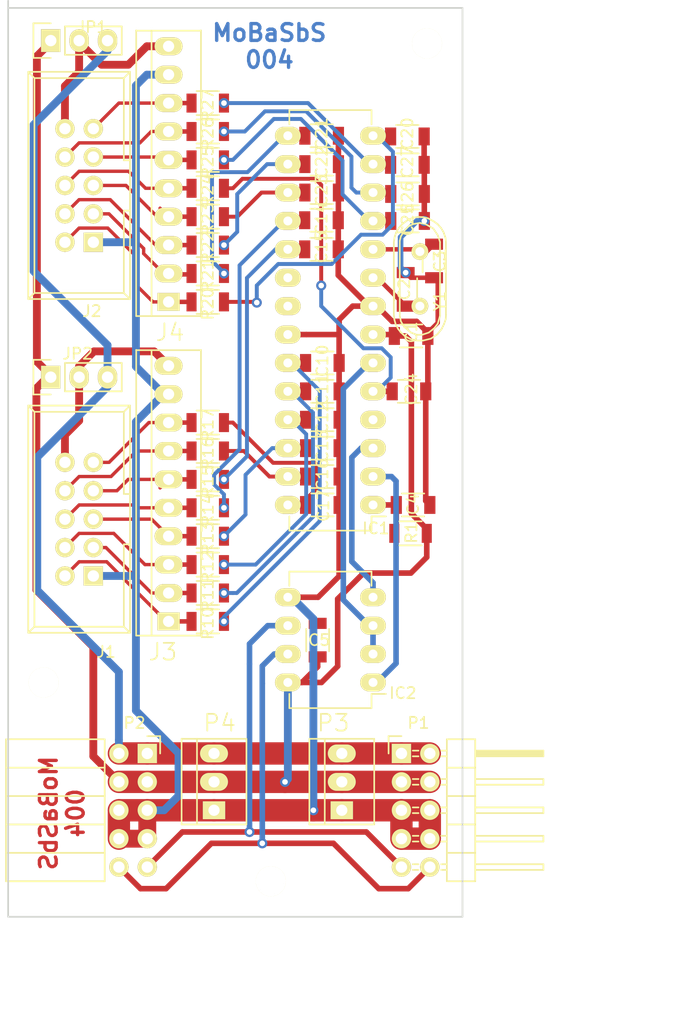
<source format=kicad_pcb>
(kicad_pcb (version 4) (host pcbnew 4.0.1-stable)

  (general
    (links 138)
    (no_connects 0)
    (area 83.563429 82.751 153.796 177.325001)
    (thickness 1.6)
    (drawings 8)
    (tracks 428)
    (zones 0)
    (modules 54)
    (nets 46)
  )

  (page A4)
  (title_block
    (title µProzessor-ATMEGA8)
    (date 2016-05-23)
    (rev 0)
    (comment 2 MoBaSbS-004)
    (comment 3 "µProzessor Board-ATMEGA8")
    (comment 4 MoBaSbS)
  )

  (layers
    (0 F.Cu signal)
    (31 B.Cu signal)
    (32 B.Adhes user)
    (33 F.Adhes user)
    (34 B.Paste user)
    (35 F.Paste user)
    (36 B.SilkS user)
    (37 F.SilkS user)
    (38 B.Mask user)
    (39 F.Mask user)
    (40 Dwgs.User user)
    (41 Cmts.User user)
    (42 Eco1.User user)
    (43 Eco2.User user)
    (44 Edge.Cuts user)
    (45 Margin user)
    (46 B.CrtYd user)
    (47 F.CrtYd user)
    (48 B.Fab user)
    (49 F.Fab user)
  )

  (setup
    (last_trace_width 0.254)
    (trace_clearance 0.254)
    (zone_clearance 0.508)
    (zone_45_only no)
    (trace_min 0.254)
    (segment_width 0.2)
    (edge_width 0.15)
    (via_size 0.9)
    (via_drill 0.5)
    (via_min_size 0.9)
    (via_min_drill 0.5)
    (uvia_size 0.3)
    (uvia_drill 0.2)
    (uvias_allowed no)
    (uvia_min_size 0.2)
    (uvia_min_drill 0.1)
    (pcb_text_width 0.3)
    (pcb_text_size 1.5 1.5)
    (mod_edge_width 0.15)
    (mod_text_size 1 1)
    (mod_text_width 0.15)
    (pad_size 1.524 1.524)
    (pad_drill 0.762)
    (pad_to_mask_clearance 0.2)
    (aux_axis_origin 0 0)
    (grid_origin 85.979 166.1795)
    (visible_elements 7FFFFFFF)
    (pcbplotparams
      (layerselection 0x00030_80000001)
      (usegerberextensions false)
      (excludeedgelayer true)
      (linewidth 0.100000)
      (plotframeref false)
      (viasonmask false)
      (mode 1)
      (useauxorigin false)
      (hpglpennumber 1)
      (hpglpenspeed 20)
      (hpglpendiameter 15)
      (hpglpenoverlay 2)
      (psnegative false)
      (psa4output false)
      (plotreference true)
      (plotvalue true)
      (plotinvisibletext false)
      (padsonsilk false)
      (subtractmaskfromsilk false)
      (outputformat 1)
      (mirror false)
      (drillshape 1)
      (scaleselection 1)
      (outputdirectory ""))
  )

  (net 0 "")
  (net 1 +5V)
  (net 2 GND)
  (net 3 "Net-(C2-Pad1)")
  (net 4 "Net-(C3-Pad1)")
  (net 5 "Net-(C4-Pad1)")
  (net 6 "Net-(IC1-Pad2)")
  (net 7 "Net-(IC1-Pad3)")
  (net 8 "Net-(IC1-Pad6)")
  (net 9 "Net-(IC2-Pad6)")
  (net 10 "Net-(IC2-Pad7)")
  (net 11 +12V)
  (net 12 "Net-(C10-Pad2)")
  (net 13 "Net-(C11-Pad2)")
  (net 14 "Net-(C12-Pad2)")
  (net 15 "Net-(C13-Pad2)")
  (net 16 "Net-(C14-Pad2)")
  (net 17 "Net-(C15-Pad2)")
  (net 18 "Net-(C16-Pad2)")
  (net 19 "Net-(C17-Pad2)")
  (net 20 "Net-(C20-Pad2)")
  (net 21 "Net-(C21-Pad2)")
  (net 22 "Net-(C22-Pad2)")
  (net 23 "Net-(C23-Pad2)")
  (net 24 "Net-(C24-Pad2)")
  (net 25 "Net-(C25-Pad2)")
  (net 26 "Net-(C26-Pad2)")
  (net 27 "Net-(C27-Pad2)")
  (net 28 "Net-(J1-Pad2)")
  (net 29 "Net-(J1-Pad3)")
  (net 30 "Net-(J1-Pad4)")
  (net 31 "Net-(J1-Pad5)")
  (net 32 "Net-(J1-Pad6)")
  (net 33 "Net-(J1-Pad7)")
  (net 34 "Net-(J1-Pad8)")
  (net 35 "Net-(J1-Pad9)")
  (net 36 "Net-(J2-Pad2)")
  (net 37 "Net-(J2-Pad3)")
  (net 38 "Net-(J2-Pad4)")
  (net 39 "Net-(J2-Pad5)")
  (net 40 "Net-(J2-Pad6)")
  (net 41 "Net-(J2-Pad7)")
  (net 42 "Net-(J2-Pad8)")
  (net 43 "Net-(J2-Pad9)")
  (net 44 "Net-(J1-Pad10)")
  (net 45 "Net-(J2-Pad10)")

  (net_class Default "Dies ist die voreingestellte Netzklasse."
    (clearance 0.254)
    (trace_width 0.254)
    (via_dia 0.9)
    (via_drill 0.5)
    (uvia_dia 0.3)
    (uvia_drill 0.2)
    (add_net "Net-(C10-Pad2)")
    (add_net "Net-(C11-Pad2)")
    (add_net "Net-(C12-Pad2)")
    (add_net "Net-(C13-Pad2)")
    (add_net "Net-(C14-Pad2)")
    (add_net "Net-(C15-Pad2)")
    (add_net "Net-(C16-Pad2)")
    (add_net "Net-(C17-Pad2)")
    (add_net "Net-(C2-Pad1)")
    (add_net "Net-(C20-Pad2)")
    (add_net "Net-(C21-Pad2)")
    (add_net "Net-(C22-Pad2)")
    (add_net "Net-(C23-Pad2)")
    (add_net "Net-(C24-Pad2)")
    (add_net "Net-(C25-Pad2)")
    (add_net "Net-(C26-Pad2)")
    (add_net "Net-(C27-Pad2)")
    (add_net "Net-(C3-Pad1)")
    (add_net "Net-(C4-Pad1)")
    (add_net "Net-(IC1-Pad2)")
    (add_net "Net-(IC1-Pad3)")
    (add_net "Net-(IC1-Pad6)")
    (add_net "Net-(IC2-Pad6)")
    (add_net "Net-(IC2-Pad7)")
    (add_net "Net-(J1-Pad10)")
    (add_net "Net-(J1-Pad2)")
    (add_net "Net-(J1-Pad3)")
    (add_net "Net-(J1-Pad4)")
    (add_net "Net-(J1-Pad5)")
    (add_net "Net-(J1-Pad6)")
    (add_net "Net-(J1-Pad7)")
    (add_net "Net-(J1-Pad8)")
    (add_net "Net-(J1-Pad9)")
    (add_net "Net-(J2-Pad10)")
    (add_net "Net-(J2-Pad2)")
    (add_net "Net-(J2-Pad3)")
    (add_net "Net-(J2-Pad4)")
    (add_net "Net-(J2-Pad5)")
    (add_net "Net-(J2-Pad6)")
    (add_net "Net-(J2-Pad7)")
    (add_net "Net-(J2-Pad8)")
    (add_net "Net-(J2-Pad9)")
  )

  (net_class Supply ""
    (clearance 0.254)
    (trace_width 0.5)
    (via_dia 0.9)
    (via_drill 0.5)
    (uvia_dia 0.3)
    (uvia_drill 0.2)
    (add_net +12V)
    (add_net +5V)
    (add_net GND)
  )

  (module Resistors_SMD:R_1206 (layer F.Cu) (tedit 574AC825) (tstamp 5734A723)
    (at 106.5 105.664)
    (descr "Resistor SMD 1206, reflow soldering, Vishay (see dcrcw.pdf)")
    (tags "resistor 1206")
    (path /5723C5CA)
    (attr smd)
    (fp_text reference R22 (at 0 0.1905 90) (layer F.SilkS)
      (effects (font (size 1 1) (thickness 0.15)))
    )
    (fp_text value R (at 0 2.3) (layer F.Fab) hide
      (effects (font (size 1 1) (thickness 0.15)))
    )
    (fp_line (start -2.2 -1.2) (end 2.2 -1.2) (layer F.CrtYd) (width 0.05))
    (fp_line (start -2.2 1.2) (end 2.2 1.2) (layer F.CrtYd) (width 0.05))
    (fp_line (start -2.2 -1.2) (end -2.2 1.2) (layer F.CrtYd) (width 0.05))
    (fp_line (start 2.2 -1.2) (end 2.2 1.2) (layer F.CrtYd) (width 0.05))
    (fp_line (start 1 1.075) (end -1 1.075) (layer F.SilkS) (width 0.15))
    (fp_line (start -1 -1.075) (end 1 -1.075) (layer F.SilkS) (width 0.15))
    (pad 1 smd rect (at -1.45 0) (size 0.9 1.7) (layers F.Cu F.Paste F.Mask)
      (net 38 "Net-(J2-Pad4)"))
    (pad 2 smd rect (at 1.45 0) (size 0.9 1.7) (layers F.Cu F.Paste F.Mask)
      (net 22 "Net-(C22-Pad2)"))
    (model Resistors_SMD.3dshapes/R_1206.wrl
      (at (xyz 0 0 0))
      (scale (xyz 1 1 1))
      (rotate (xyz 0 0 0))
    )
  )

  (module Connect:IDC_Header_Straight_10pins (layer F.Cu) (tedit 0) (tstamp 5720E5EB)
    (at 96.266 135.255 90)
    (descr "10 pins through hole IDC header")
    (tags "IDC header socket VASCH")
    (path /57211A63)
    (fp_text reference J1 (at -6.7945 1.143 180) (layer F.SilkS)
      (effects (font (size 1 1) (thickness 0.15)))
    )
    (fp_text value 10-Flachband (at 7.1755 -6.477 90) (layer F.Fab)
      (effects (font (size 1 1) (thickness 0.15)))
    )
    (fp_line (start -5.08 -5.82) (end 15.24 -5.82) (layer F.SilkS) (width 0.15))
    (fp_line (start -4.54 -5.27) (end 14.68 -5.27) (layer F.SilkS) (width 0.15))
    (fp_line (start -5.08 3.28) (end 15.24 3.28) (layer F.SilkS) (width 0.15))
    (fp_line (start -4.54 2.73) (end 2.83 2.73) (layer F.SilkS) (width 0.15))
    (fp_line (start 7.33 2.73) (end 14.68 2.73) (layer F.SilkS) (width 0.15))
    (fp_line (start 2.83 2.73) (end 2.83 3.28) (layer F.SilkS) (width 0.15))
    (fp_line (start 7.33 2.73) (end 7.33 3.28) (layer F.SilkS) (width 0.15))
    (fp_line (start -5.08 -5.82) (end -5.08 3.28) (layer F.SilkS) (width 0.15))
    (fp_line (start -4.54 -5.27) (end -4.54 2.73) (layer F.SilkS) (width 0.15))
    (fp_line (start 15.24 -5.82) (end 15.24 3.28) (layer F.SilkS) (width 0.15))
    (fp_line (start 14.68 -5.27) (end 14.68 2.73) (layer F.SilkS) (width 0.15))
    (fp_line (start -5.08 -5.82) (end -4.54 -5.27) (layer F.SilkS) (width 0.15))
    (fp_line (start 15.24 -5.82) (end 14.68 -5.27) (layer F.SilkS) (width 0.15))
    (fp_line (start -5.08 3.28) (end -4.54 2.73) (layer F.SilkS) (width 0.15))
    (fp_line (start 15.24 3.28) (end 14.68 2.73) (layer F.SilkS) (width 0.15))
    (fp_line (start -5.35 -6.05) (end 15.5 -6.05) (layer F.CrtYd) (width 0.05))
    (fp_line (start 15.5 -6.05) (end 15.5 3.55) (layer F.CrtYd) (width 0.05))
    (fp_line (start 15.5 3.55) (end -5.35 3.55) (layer F.CrtYd) (width 0.05))
    (fp_line (start -5.35 3.55) (end -5.35 -6.05) (layer F.CrtYd) (width 0.05))
    (pad 1 thru_hole rect (at 0 0 90) (size 1.7272 1.7272) (drill 1.016) (layers *.Cu *.Mask F.SilkS)
      (net 2 GND))
    (pad 2 thru_hole oval (at 0 -2.54 90) (size 1.7272 1.7272) (drill 1.016) (layers *.Cu *.Mask F.SilkS)
      (net 28 "Net-(J1-Pad2)"))
    (pad 3 thru_hole oval (at 2.54 0 90) (size 1.7272 1.7272) (drill 1.016) (layers *.Cu *.Mask F.SilkS)
      (net 29 "Net-(J1-Pad3)"))
    (pad 4 thru_hole oval (at 2.54 -2.54 90) (size 1.7272 1.7272) (drill 1.016) (layers *.Cu *.Mask F.SilkS)
      (net 30 "Net-(J1-Pad4)"))
    (pad 5 thru_hole oval (at 5.08 0 90) (size 1.7272 1.7272) (drill 1.016) (layers *.Cu *.Mask F.SilkS)
      (net 31 "Net-(J1-Pad5)"))
    (pad 6 thru_hole oval (at 5.08 -2.54 90) (size 1.7272 1.7272) (drill 1.016) (layers *.Cu *.Mask F.SilkS)
      (net 32 "Net-(J1-Pad6)"))
    (pad 7 thru_hole oval (at 7.62 0 90) (size 1.7272 1.7272) (drill 1.016) (layers *.Cu *.Mask F.SilkS)
      (net 33 "Net-(J1-Pad7)"))
    (pad 8 thru_hole oval (at 7.62 -2.54 90) (size 1.7272 1.7272) (drill 1.016) (layers *.Cu *.Mask F.SilkS)
      (net 34 "Net-(J1-Pad8)"))
    (pad 9 thru_hole oval (at 10.16 0 90) (size 1.7272 1.7272) (drill 1.016) (layers *.Cu *.Mask F.SilkS)
      (net 35 "Net-(J1-Pad9)"))
    (pad 10 thru_hole oval (at 10.16 -2.54 90) (size 1.7272 1.7272) (drill 1.016) (layers *.Cu *.Mask F.SilkS)
      (net 44 "Net-(J1-Pad10)"))
  )

  (module StefanFootPin:PSS254-10G (layer F.Cu) (tedit 574AA24E) (tstamp 573A49D0)
    (at 102.997 110.744 90)
    (path /5724D736)
    (fp_text reference J4 (at -2.7305 0.127 180) (layer F.SilkS)
      (effects (font (size 1.5 1.5) (thickness 0.15)))
    )
    (fp_text value PSS254-10P (at 3.8 -3.8 90) (layer F.SilkS) hide
      (effects (font (size 1.5 1.5) (thickness 0.15)))
    )
    (fp_line (start 24.257 -1.524) (end -1.27 -1.524) (layer F.SilkS) (width 0.15))
    (fp_line (start -1.27 -2.9) (end 24.2824 -2.8956) (layer F.SilkS) (width 0.15))
    (fp_line (start 24.257 -2.9044) (end 24.257 2.8956) (layer F.SilkS) (width 0.15))
    (fp_line (start 24.2824 2.8956) (end -1.27 2.9) (layer F.SilkS) (width 0.15))
    (fp_line (start -1.27 2.9) (end -1.27 -2.9) (layer F.SilkS) (width 0.15))
    (pad 1 thru_hole rect (at 0 0 90) (size 1.6 2) (drill 1) (layers *.Cu *.Mask F.SilkS)
      (net 36 "Net-(J2-Pad2)"))
    (pad 2 thru_hole oval (at 2.54 0 90) (size 1.6 2.5) (drill 1) (layers *.Cu *.Mask F.SilkS)
      (net 37 "Net-(J2-Pad3)"))
    (pad 3 thru_hole oval (at 5.08 0 90) (size 1.6 2.5) (drill 1) (layers *.Cu *.Mask F.SilkS)
      (net 38 "Net-(J2-Pad4)"))
    (pad 4 thru_hole oval (at 7.62 0 90) (size 1.6 2.5) (drill 1) (layers *.Cu *.Mask F.SilkS)
      (net 39 "Net-(J2-Pad5)"))
    (pad 5 thru_hole oval (at 10.16 0 90) (size 1.6 2.5) (drill 1) (layers *.Cu *.Mask F.SilkS)
      (net 40 "Net-(J2-Pad6)"))
    (pad 6 thru_hole oval (at 12.7 0 90) (size 1.6 2.5) (drill 1) (layers *.Cu *.Mask F.SilkS)
      (net 41 "Net-(J2-Pad7)"))
    (pad 7 thru_hole oval (at 15.24 0 90) (size 1.6 2.5) (drill 1) (layers *.Cu *.Mask F.SilkS)
      (net 42 "Net-(J2-Pad8)"))
    (pad 8 thru_hole oval (at 17.78 0 90) (size 1.6 2.5) (drill 1) (layers *.Cu *.Mask F.SilkS)
      (net 43 "Net-(J2-Pad9)"))
    (pad 9 thru_hole oval (at 20.32 0 90) (size 1.6 2.5) (drill 1) (layers *.Cu *.Mask F.SilkS)
      (net 2 GND))
    (pad 10 thru_hole oval (at 22.86 0 90) (size 1.6 2.5) (drill 1) (layers *.Cu *.Mask F.SilkS)
      (net 45 "Net-(J2-Pad10)"))
  )

  (module Housings_DIP:DIP-28_W7.62mm_LongPads (layer F.Cu) (tedit 574AC980) (tstamp 5720E195)
    (at 121.285 128.905 180)
    (descr "28-lead dip package, row spacing 7.62 mm (300 mils), longer pads")
    (tags "dil dip 2.54 300")
    (path /5720DAEE)
    (fp_text reference IC1 (at -0.254 -2.0955 180) (layer F.SilkS)
      (effects (font (size 1 1) (thickness 0.15)))
    )
    (fp_text value ATMEGA8A-P (at 0 -3.72 180) (layer F.Fab) hide
      (effects (font (size 1 1) (thickness 0.15)))
    )
    (fp_line (start -1.4 -2.45) (end -1.4 35.5) (layer F.CrtYd) (width 0.05))
    (fp_line (start 9 -2.45) (end 9 35.5) (layer F.CrtYd) (width 0.05))
    (fp_line (start -1.4 -2.45) (end 9 -2.45) (layer F.CrtYd) (width 0.05))
    (fp_line (start -1.4 35.5) (end 9 35.5) (layer F.CrtYd) (width 0.05))
    (fp_line (start 0.135 -2.295) (end 0.135 -1.025) (layer F.SilkS) (width 0.15))
    (fp_line (start 7.485 -2.295) (end 7.485 -1.025) (layer F.SilkS) (width 0.15))
    (fp_line (start 7.485 35.315) (end 7.485 34.045) (layer F.SilkS) (width 0.15))
    (fp_line (start 0.135 35.315) (end 0.135 34.045) (layer F.SilkS) (width 0.15))
    (fp_line (start 0.135 -2.295) (end 7.485 -2.295) (layer F.SilkS) (width 0.15))
    (fp_line (start 0.135 35.315) (end 7.485 35.315) (layer F.SilkS) (width 0.15))
    (fp_line (start 0.135 -1.025) (end -1.15 -1.025) (layer F.SilkS) (width 0.15))
    (pad 1 thru_hole oval (at 0 0 180) (size 2.3 1.6) (drill 0.8) (layers *.Cu *.Mask F.SilkS)
      (net 5 "Net-(C4-Pad1)"))
    (pad 2 thru_hole oval (at 0 2.54 180) (size 2.3 1.6) (drill 0.8) (layers *.Cu *.Mask F.SilkS)
      (net 6 "Net-(IC1-Pad2)"))
    (pad 3 thru_hole oval (at 0 5.08 180) (size 2.3 1.6) (drill 0.8) (layers *.Cu *.Mask F.SilkS)
      (net 7 "Net-(IC1-Pad3)"))
    (pad 4 thru_hole oval (at 0 7.62 180) (size 2.3 1.6) (drill 0.8) (layers *.Cu *.Mask F.SilkS))
    (pad 5 thru_hole oval (at 0 10.16 180) (size 2.3 1.6) (drill 0.8) (layers *.Cu *.Mask F.SilkS)
      (net 24 "Net-(C24-Pad2)"))
    (pad 6 thru_hole oval (at 0 12.7 180) (size 2.3 1.6) (drill 0.8) (layers *.Cu *.Mask F.SilkS)
      (net 8 "Net-(IC1-Pad6)"))
    (pad 7 thru_hole oval (at 0 15.24 180) (size 2.3 1.6) (drill 0.8) (layers *.Cu *.Mask F.SilkS)
      (net 1 +5V))
    (pad 8 thru_hole oval (at 0 17.78 180) (size 2.3 1.6) (drill 0.8) (layers *.Cu *.Mask F.SilkS)
      (net 2 GND))
    (pad 9 thru_hole oval (at 0 20.32 180) (size 2.3 1.6) (drill 0.8) (layers *.Cu *.Mask F.SilkS)
      (net 3 "Net-(C2-Pad1)"))
    (pad 10 thru_hole oval (at 0 22.86 180) (size 2.3 1.6) (drill 0.8) (layers *.Cu *.Mask F.SilkS)
      (net 4 "Net-(C3-Pad1)"))
    (pad 11 thru_hole oval (at 0 25.4 180) (size 2.3 1.6) (drill 0.8) (layers *.Cu *.Mask F.SilkS)
      (net 25 "Net-(C25-Pad2)"))
    (pad 12 thru_hole oval (at 0 27.94 180) (size 2.3 1.6) (drill 0.8) (layers *.Cu *.Mask F.SilkS)
      (net 26 "Net-(C26-Pad2)"))
    (pad 13 thru_hole oval (at 0 30.48 180) (size 2.3 1.6) (drill 0.8) (layers *.Cu *.Mask F.SilkS)
      (net 27 "Net-(C27-Pad2)"))
    (pad 14 thru_hole oval (at 0 33.02 180) (size 2.3 1.6) (drill 0.8) (layers *.Cu *.Mask F.SilkS)
      (net 20 "Net-(C20-Pad2)"))
    (pad 15 thru_hole oval (at 7.62 33.02 180) (size 2.3 1.6) (drill 0.8) (layers *.Cu *.Mask F.SilkS)
      (net 21 "Net-(C21-Pad2)"))
    (pad 16 thru_hole oval (at 7.62 30.48 180) (size 2.3 1.6) (drill 0.8) (layers *.Cu *.Mask F.SilkS)
      (net 22 "Net-(C22-Pad2)"))
    (pad 17 thru_hole oval (at 7.62 27.94 180) (size 2.3 1.6) (drill 0.8) (layers *.Cu *.Mask F.SilkS)
      (net 23 "Net-(C23-Pad2)"))
    (pad 18 thru_hole oval (at 7.62 25.4 180) (size 2.3 1.6) (drill 0.8) (layers *.Cu *.Mask F.SilkS)
      (net 16 "Net-(C14-Pad2)"))
    (pad 19 thru_hole oval (at 7.62 22.86 180) (size 2.3 1.6) (drill 0.8) (layers *.Cu *.Mask F.SilkS)
      (net 17 "Net-(C15-Pad2)"))
    (pad 20 thru_hole oval (at 7.62 20.32 180) (size 2.3 1.6) (drill 0.8) (layers *.Cu *.Mask F.SilkS))
    (pad 21 thru_hole oval (at 7.62 17.78 180) (size 2.3 1.6) (drill 0.8) (layers *.Cu *.Mask F.SilkS))
    (pad 22 thru_hole oval (at 7.62 15.24 180) (size 2.3 1.6) (drill 0.8) (layers *.Cu *.Mask F.SilkS)
      (net 2 GND))
    (pad 23 thru_hole oval (at 7.62 12.7 180) (size 2.3 1.6) (drill 0.8) (layers *.Cu *.Mask F.SilkS)
      (net 12 "Net-(C10-Pad2)"))
    (pad 24 thru_hole oval (at 7.62 10.16 180) (size 2.3 1.6) (drill 0.8) (layers *.Cu *.Mask F.SilkS)
      (net 13 "Net-(C11-Pad2)"))
    (pad 25 thru_hole oval (at 7.62 7.62 180) (size 2.3 1.6) (drill 0.8) (layers *.Cu *.Mask F.SilkS)
      (net 14 "Net-(C12-Pad2)"))
    (pad 26 thru_hole oval (at 7.62 5.08 180) (size 2.3 1.6) (drill 0.8) (layers *.Cu *.Mask F.SilkS)
      (net 15 "Net-(C13-Pad2)"))
    (pad 27 thru_hole oval (at 7.62 2.54 180) (size 2.3 1.6) (drill 0.8) (layers *.Cu *.Mask F.SilkS)
      (net 18 "Net-(C16-Pad2)"))
    (pad 28 thru_hole oval (at 7.62 0 180) (size 2.3 1.6) (drill 0.8) (layers *.Cu *.Mask F.SilkS)
      (net 19 "Net-(C17-Pad2)"))
    (model Housings_DIP.3dshapes/DIP-28_W7.62mm_LongPads.wrl
      (at (xyz 0 0 0))
      (scale (xyz 1 1 1))
      (rotate (xyz 0 0 0))
    )
  )

  (module Housings_DIP:DIP-8_W7.62mm_LongPads (layer F.Cu) (tedit 574AC704) (tstamp 5720E1A1)
    (at 121.285 144.78 180)
    (descr "8-lead dip package, row spacing 7.62 mm (300 mils), longer pads")
    (tags "dil dip 2.54 300")
    (path /5720EBD9)
    (fp_text reference IC2 (at -2.667 -0.9525 180) (layer F.SilkS)
      (effects (font (size 1 1) (thickness 0.15)))
    )
    (fp_text value MAX485 (at 0 -3.72 180) (layer F.Fab) hide
      (effects (font (size 1 1) (thickness 0.15)))
    )
    (fp_line (start -1.4 -2.45) (end -1.4 10.1) (layer F.CrtYd) (width 0.05))
    (fp_line (start 9 -2.45) (end 9 10.1) (layer F.CrtYd) (width 0.05))
    (fp_line (start -1.4 -2.45) (end 9 -2.45) (layer F.CrtYd) (width 0.05))
    (fp_line (start -1.4 10.1) (end 9 10.1) (layer F.CrtYd) (width 0.05))
    (fp_line (start 0.135 -2.295) (end 0.135 -1.025) (layer F.SilkS) (width 0.15))
    (fp_line (start 7.485 -2.295) (end 7.485 -1.025) (layer F.SilkS) (width 0.15))
    (fp_line (start 7.485 9.915) (end 7.485 8.645) (layer F.SilkS) (width 0.15))
    (fp_line (start 0.135 9.915) (end 0.135 8.645) (layer F.SilkS) (width 0.15))
    (fp_line (start 0.135 -2.295) (end 7.485 -2.295) (layer F.SilkS) (width 0.15))
    (fp_line (start 0.135 9.915) (end 7.485 9.915) (layer F.SilkS) (width 0.15))
    (fp_line (start 0.135 -1.025) (end -1.15 -1.025) (layer F.SilkS) (width 0.15))
    (pad 1 thru_hole oval (at 0 0 180) (size 2.3 1.6) (drill 0.8) (layers *.Cu *.Mask F.SilkS)
      (net 6 "Net-(IC1-Pad2)"))
    (pad 2 thru_hole oval (at 0 2.54 180) (size 2.3 1.6) (drill 0.8) (layers *.Cu *.Mask F.SilkS)
      (net 8 "Net-(IC1-Pad6)"))
    (pad 3 thru_hole oval (at 0 5.08 180) (size 2.3 1.6) (drill 0.8) (layers *.Cu *.Mask F.SilkS)
      (net 8 "Net-(IC1-Pad6)"))
    (pad 4 thru_hole oval (at 0 7.62 180) (size 2.3 1.6) (drill 0.8) (layers *.Cu *.Mask F.SilkS)
      (net 7 "Net-(IC1-Pad3)"))
    (pad 5 thru_hole oval (at 7.62 7.62 180) (size 2.3 1.6) (drill 0.8) (layers *.Cu *.Mask F.SilkS)
      (net 2 GND))
    (pad 6 thru_hole oval (at 7.62 5.08 180) (size 2.3 1.6) (drill 0.8) (layers *.Cu *.Mask F.SilkS)
      (net 9 "Net-(IC2-Pad6)"))
    (pad 7 thru_hole oval (at 7.62 2.54 180) (size 2.3 1.6) (drill 0.8) (layers *.Cu *.Mask F.SilkS)
      (net 10 "Net-(IC2-Pad7)"))
    (pad 8 thru_hole oval (at 7.62 0 180) (size 2.3 1.6) (drill 0.8) (layers *.Cu *.Mask F.SilkS)
      (net 1 +5V))
    (model Housings_DIP.3dshapes/DIP-8_W7.62mm_LongPads.wrl
      (at (xyz 0 0 0))
      (scale (xyz 1 1 1))
      (rotate (xyz 0 0 0))
    )
  )

  (module Connect:IDC_Header_Straight_10pins (layer F.Cu) (tedit 0) (tstamp 5720E5F9)
    (at 96.266 105.41 90)
    (descr "10 pins through hole IDC header")
    (tags "IDC header socket VASCH")
    (path /57211AE0)
    (fp_text reference J2 (at -6.1595 -0.127 180) (layer F.SilkS)
      (effects (font (size 1 1) (thickness 0.15)))
    )
    (fp_text value 10-Flachband (at 4.0005 -6.477 90) (layer F.Fab)
      (effects (font (size 1 1) (thickness 0.15)))
    )
    (fp_line (start -5.08 -5.82) (end 15.24 -5.82) (layer F.SilkS) (width 0.15))
    (fp_line (start -4.54 -5.27) (end 14.68 -5.27) (layer F.SilkS) (width 0.15))
    (fp_line (start -5.08 3.28) (end 15.24 3.28) (layer F.SilkS) (width 0.15))
    (fp_line (start -4.54 2.73) (end 2.83 2.73) (layer F.SilkS) (width 0.15))
    (fp_line (start 7.33 2.73) (end 14.68 2.73) (layer F.SilkS) (width 0.15))
    (fp_line (start 2.83 2.73) (end 2.83 3.28) (layer F.SilkS) (width 0.15))
    (fp_line (start 7.33 2.73) (end 7.33 3.28) (layer F.SilkS) (width 0.15))
    (fp_line (start -5.08 -5.82) (end -5.08 3.28) (layer F.SilkS) (width 0.15))
    (fp_line (start -4.54 -5.27) (end -4.54 2.73) (layer F.SilkS) (width 0.15))
    (fp_line (start 15.24 -5.82) (end 15.24 3.28) (layer F.SilkS) (width 0.15))
    (fp_line (start 14.68 -5.27) (end 14.68 2.73) (layer F.SilkS) (width 0.15))
    (fp_line (start -5.08 -5.82) (end -4.54 -5.27) (layer F.SilkS) (width 0.15))
    (fp_line (start 15.24 -5.82) (end 14.68 -5.27) (layer F.SilkS) (width 0.15))
    (fp_line (start -5.08 3.28) (end -4.54 2.73) (layer F.SilkS) (width 0.15))
    (fp_line (start 15.24 3.28) (end 14.68 2.73) (layer F.SilkS) (width 0.15))
    (fp_line (start -5.35 -6.05) (end 15.5 -6.05) (layer F.CrtYd) (width 0.05))
    (fp_line (start 15.5 -6.05) (end 15.5 3.55) (layer F.CrtYd) (width 0.05))
    (fp_line (start 15.5 3.55) (end -5.35 3.55) (layer F.CrtYd) (width 0.05))
    (fp_line (start -5.35 3.55) (end -5.35 -6.05) (layer F.CrtYd) (width 0.05))
    (pad 1 thru_hole rect (at 0 0 90) (size 1.7272 1.7272) (drill 1.016) (layers *.Cu *.Mask F.SilkS)
      (net 2 GND))
    (pad 2 thru_hole oval (at 0 -2.54 90) (size 1.7272 1.7272) (drill 1.016) (layers *.Cu *.Mask F.SilkS)
      (net 36 "Net-(J2-Pad2)"))
    (pad 3 thru_hole oval (at 2.54 0 90) (size 1.7272 1.7272) (drill 1.016) (layers *.Cu *.Mask F.SilkS)
      (net 37 "Net-(J2-Pad3)"))
    (pad 4 thru_hole oval (at 2.54 -2.54 90) (size 1.7272 1.7272) (drill 1.016) (layers *.Cu *.Mask F.SilkS)
      (net 38 "Net-(J2-Pad4)"))
    (pad 5 thru_hole oval (at 5.08 0 90) (size 1.7272 1.7272) (drill 1.016) (layers *.Cu *.Mask F.SilkS)
      (net 39 "Net-(J2-Pad5)"))
    (pad 6 thru_hole oval (at 5.08 -2.54 90) (size 1.7272 1.7272) (drill 1.016) (layers *.Cu *.Mask F.SilkS)
      (net 40 "Net-(J2-Pad6)"))
    (pad 7 thru_hole oval (at 7.62 0 90) (size 1.7272 1.7272) (drill 1.016) (layers *.Cu *.Mask F.SilkS)
      (net 41 "Net-(J2-Pad7)"))
    (pad 8 thru_hole oval (at 7.62 -2.54 90) (size 1.7272 1.7272) (drill 1.016) (layers *.Cu *.Mask F.SilkS)
      (net 42 "Net-(J2-Pad8)"))
    (pad 9 thru_hole oval (at 10.16 0 90) (size 1.7272 1.7272) (drill 1.016) (layers *.Cu *.Mask F.SilkS)
      (net 43 "Net-(J2-Pad9)"))
    (pad 10 thru_hole oval (at 10.16 -2.54 90) (size 1.7272 1.7272) (drill 1.016) (layers *.Cu *.Mask F.SilkS)
      (net 45 "Net-(J2-Pad10)"))
  )

  (module Capacitors_SMD:C_1206 (layer F.Cu) (tedit 574AC8FA) (tstamp 5734A620)
    (at 124.69 113.792)
    (descr "Capacitor SMD 1206, reflow soldering, AVX (see smccp.pdf)")
    (tags "capacitor 1206")
    (path /5720DC5D)
    (attr smd)
    (fp_text reference C1 (at 0.024 -0.3175 90) (layer F.SilkS)
      (effects (font (size 1 1) (thickness 0.15)))
    )
    (fp_text value 100nF (at 0 2.3) (layer F.Fab) hide
      (effects (font (size 1 1) (thickness 0.15)))
    )
    (fp_line (start -2.3 -1.15) (end 2.3 -1.15) (layer F.CrtYd) (width 0.05))
    (fp_line (start -2.3 1.15) (end 2.3 1.15) (layer F.CrtYd) (width 0.05))
    (fp_line (start -2.3 -1.15) (end -2.3 1.15) (layer F.CrtYd) (width 0.05))
    (fp_line (start 2.3 -1.15) (end 2.3 1.15) (layer F.CrtYd) (width 0.05))
    (fp_line (start 1 -1.025) (end -1 -1.025) (layer F.SilkS) (width 0.15))
    (fp_line (start -1 1.025) (end 1 1.025) (layer F.SilkS) (width 0.15))
    (pad 1 smd rect (at -1.5 0) (size 1 1.6) (layers F.Cu F.Paste F.Mask)
      (net 1 +5V))
    (pad 2 smd rect (at 1.5 0) (size 1 1.6) (layers F.Cu F.Paste F.Mask)
      (net 2 GND))
    (model Capacitors_SMD.3dshapes/C_1206.wrl
      (at (xyz 0 0 0))
      (scale (xyz 1 1 1))
      (rotate (xyz 0 0 0))
    )
  )

  (module Capacitors_SMD:C_1206 (layer F.Cu) (tedit 574AC8D4) (tstamp 5734A625)
    (at 124.206 109.625 90)
    (descr "Capacitor SMD 1206, reflow soldering, AVX (see smccp.pdf)")
    (tags "capacitor 1206")
    (path /5720DEC5)
    (attr smd)
    (fp_text reference C2 (at 0 -0.127 90) (layer F.SilkS)
      (effects (font (size 1 1) (thickness 0.15)))
    )
    (fp_text value 33pF (at 0 2.3 90) (layer F.Fab) hide
      (effects (font (size 1 1) (thickness 0.15)))
    )
    (fp_line (start -2.3 -1.15) (end 2.3 -1.15) (layer F.CrtYd) (width 0.05))
    (fp_line (start -2.3 1.15) (end 2.3 1.15) (layer F.CrtYd) (width 0.05))
    (fp_line (start -2.3 -1.15) (end -2.3 1.15) (layer F.CrtYd) (width 0.05))
    (fp_line (start 2.3 -1.15) (end 2.3 1.15) (layer F.CrtYd) (width 0.05))
    (fp_line (start 1 -1.025) (end -1 -1.025) (layer F.SilkS) (width 0.15))
    (fp_line (start -1 1.025) (end 1 1.025) (layer F.SilkS) (width 0.15))
    (pad 1 smd rect (at -1.5 0 90) (size 1 1.6) (layers F.Cu F.Paste F.Mask)
      (net 3 "Net-(C2-Pad1)"))
    (pad 2 smd rect (at 1.5 0 90) (size 1 1.6) (layers F.Cu F.Paste F.Mask)
      (net 2 GND))
    (model Capacitors_SMD.3dshapes/C_1206.wrl
      (at (xyz 0 0 0))
      (scale (xyz 1 1 1))
      (rotate (xyz 0 0 0))
    )
  )

  (module Capacitors_SMD:C_1206 (layer F.Cu) (tedit 574AC8CF) (tstamp 5734A62A)
    (at 126.746 107.085 270)
    (descr "Capacitor SMD 1206, reflow soldering, AVX (see smccp.pdf)")
    (tags "capacitor 1206")
    (path /5720DEA2)
    (attr smd)
    (fp_text reference C3 (at 0.0395 -0.508 270) (layer F.SilkS)
      (effects (font (size 1 1) (thickness 0.15)))
    )
    (fp_text value 33pF (at 0 2.3 270) (layer F.Fab) hide
      (effects (font (size 1 1) (thickness 0.15)))
    )
    (fp_line (start -2.3 -1.15) (end 2.3 -1.15) (layer F.CrtYd) (width 0.05))
    (fp_line (start -2.3 1.15) (end 2.3 1.15) (layer F.CrtYd) (width 0.05))
    (fp_line (start -2.3 -1.15) (end -2.3 1.15) (layer F.CrtYd) (width 0.05))
    (fp_line (start 2.3 -1.15) (end 2.3 1.15) (layer F.CrtYd) (width 0.05))
    (fp_line (start 1 -1.025) (end -1 -1.025) (layer F.SilkS) (width 0.15))
    (fp_line (start -1 1.025) (end 1 1.025) (layer F.SilkS) (width 0.15))
    (pad 1 smd rect (at -1.5 0 270) (size 1 1.6) (layers F.Cu F.Paste F.Mask)
      (net 4 "Net-(C3-Pad1)"))
    (pad 2 smd rect (at 1.5 0 270) (size 1 1.6) (layers F.Cu F.Paste F.Mask)
      (net 2 GND))
    (model Capacitors_SMD.3dshapes/C_1206.wrl
      (at (xyz 0 0 0))
      (scale (xyz 1 1 1))
      (rotate (xyz 0 0 0))
    )
  )

  (module Capacitors_SMD:C_1206 (layer F.Cu) (tedit 574AC739) (tstamp 5734A62F)
    (at 124.865 128.905)
    (descr "Capacitor SMD 1206, reflow soldering, AVX (see smccp.pdf)")
    (tags "capacitor 1206")
    (path /5720E140)
    (attr smd)
    (fp_text reference C4 (at 0 -0.0635 90) (layer F.SilkS)
      (effects (font (size 1 1) (thickness 0.15)))
    )
    (fp_text value 100nF (at 0 2.3) (layer F.Fab) hide
      (effects (font (size 1 1) (thickness 0.15)))
    )
    (fp_line (start -2.3 -1.15) (end 2.3 -1.15) (layer F.CrtYd) (width 0.05))
    (fp_line (start -2.3 1.15) (end 2.3 1.15) (layer F.CrtYd) (width 0.05))
    (fp_line (start -2.3 -1.15) (end -2.3 1.15) (layer F.CrtYd) (width 0.05))
    (fp_line (start 2.3 -1.15) (end 2.3 1.15) (layer F.CrtYd) (width 0.05))
    (fp_line (start 1 -1.025) (end -1 -1.025) (layer F.SilkS) (width 0.15))
    (fp_line (start -1 1.025) (end 1 1.025) (layer F.SilkS) (width 0.15))
    (pad 1 smd rect (at -1.5 0) (size 1 1.6) (layers F.Cu F.Paste F.Mask)
      (net 5 "Net-(C4-Pad1)"))
    (pad 2 smd rect (at 1.5 0) (size 1 1.6) (layers F.Cu F.Paste F.Mask)
      (net 2 GND))
    (model Capacitors_SMD.3dshapes/C_1206.wrl
      (at (xyz 0 0 0))
      (scale (xyz 1 1 1))
      (rotate (xyz 0 0 0))
    )
  )

  (module Capacitors_SMD:C_1206 (layer F.Cu) (tedit 574AC719) (tstamp 5734A634)
    (at 116.332 140.994 90)
    (descr "Capacitor SMD 1206, reflow soldering, AVX (see smccp.pdf)")
    (tags "capacitor 1206")
    (path /5720ED30)
    (attr smd)
    (fp_text reference C5 (at 0 0.127 180) (layer F.SilkS)
      (effects (font (size 1 1) (thickness 0.15)))
    )
    (fp_text value 100nF (at 0 2.3 90) (layer F.Fab) hide
      (effects (font (size 1 1) (thickness 0.15)))
    )
    (fp_line (start -2.3 -1.15) (end 2.3 -1.15) (layer F.CrtYd) (width 0.05))
    (fp_line (start -2.3 1.15) (end 2.3 1.15) (layer F.CrtYd) (width 0.05))
    (fp_line (start -2.3 -1.15) (end -2.3 1.15) (layer F.CrtYd) (width 0.05))
    (fp_line (start 2.3 -1.15) (end 2.3 1.15) (layer F.CrtYd) (width 0.05))
    (fp_line (start 1 -1.025) (end -1 -1.025) (layer F.SilkS) (width 0.15))
    (fp_line (start -1 1.025) (end 1 1.025) (layer F.SilkS) (width 0.15))
    (pad 1 smd rect (at -1.5 0 90) (size 1 1.6) (layers F.Cu F.Paste F.Mask)
      (net 1 +5V))
    (pad 2 smd rect (at 1.5 0 90) (size 1 1.6) (layers F.Cu F.Paste F.Mask)
      (net 2 GND))
    (model Capacitors_SMD.3dshapes/C_1206.wrl
      (at (xyz 0 0 0))
      (scale (xyz 1 1 1))
      (rotate (xyz 0 0 0))
    )
  )

  (module Capacitors_SMD:C_1206 (layer F.Cu) (tedit 574AC90F) (tstamp 5734A63E)
    (at 116.7525 116.205 180)
    (descr "Capacitor SMD 1206, reflow soldering, AVX (see smccp.pdf)")
    (tags "capacitor 1206")
    (path /5723DFC6)
    (attr smd)
    (fp_text reference C10 (at 0 0.1905 270) (layer F.SilkS)
      (effects (font (size 1 1) (thickness 0.15)))
    )
    (fp_text value 47nF (at 0 2.3 180) (layer F.Fab) hide
      (effects (font (size 1 1) (thickness 0.15)))
    )
    (fp_line (start -2.3 -1.15) (end 2.3 -1.15) (layer F.CrtYd) (width 0.05))
    (fp_line (start -2.3 1.15) (end 2.3 1.15) (layer F.CrtYd) (width 0.05))
    (fp_line (start -2.3 -1.15) (end -2.3 1.15) (layer F.CrtYd) (width 0.05))
    (fp_line (start 2.3 -1.15) (end 2.3 1.15) (layer F.CrtYd) (width 0.05))
    (fp_line (start 1 -1.025) (end -1 -1.025) (layer F.SilkS) (width 0.15))
    (fp_line (start -1 1.025) (end 1 1.025) (layer F.SilkS) (width 0.15))
    (pad 1 smd rect (at -1.5 0 180) (size 1 1.6) (layers F.Cu F.Paste F.Mask)
      (net 2 GND))
    (pad 2 smd rect (at 1.5 0 180) (size 1 1.6) (layers F.Cu F.Paste F.Mask)
      (net 12 "Net-(C10-Pad2)"))
    (model Capacitors_SMD.3dshapes/C_1206.wrl
      (at (xyz 0 0 0))
      (scale (xyz 1 1 1))
      (rotate (xyz 0 0 0))
    )
  )

  (module Capacitors_SMD:C_1206 (layer F.Cu) (tedit 574AC919) (tstamp 5734A644)
    (at 116.7525 118.745 180)
    (descr "Capacitor SMD 1206, reflow soldering, AVX (see smccp.pdf)")
    (tags "capacitor 1206")
    (path /5723E1EB)
    (attr smd)
    (fp_text reference C11 (at 0 0.1905 270) (layer F.SilkS)
      (effects (font (size 1 1) (thickness 0.15)))
    )
    (fp_text value 47nF (at 0 2.3 180) (layer F.Fab) hide
      (effects (font (size 1 1) (thickness 0.15)))
    )
    (fp_line (start -2.3 -1.15) (end 2.3 -1.15) (layer F.CrtYd) (width 0.05))
    (fp_line (start -2.3 1.15) (end 2.3 1.15) (layer F.CrtYd) (width 0.05))
    (fp_line (start -2.3 -1.15) (end -2.3 1.15) (layer F.CrtYd) (width 0.05))
    (fp_line (start 2.3 -1.15) (end 2.3 1.15) (layer F.CrtYd) (width 0.05))
    (fp_line (start 1 -1.025) (end -1 -1.025) (layer F.SilkS) (width 0.15))
    (fp_line (start -1 1.025) (end 1 1.025) (layer F.SilkS) (width 0.15))
    (pad 1 smd rect (at -1.5 0 180) (size 1 1.6) (layers F.Cu F.Paste F.Mask)
      (net 2 GND))
    (pad 2 smd rect (at 1.5 0 180) (size 1 1.6) (layers F.Cu F.Paste F.Mask)
      (net 13 "Net-(C11-Pad2)"))
    (model Capacitors_SMD.3dshapes/C_1206.wrl
      (at (xyz 0 0 0))
      (scale (xyz 1 1 1))
      (rotate (xyz 0 0 0))
    )
  )

  (module Capacitors_SMD:C_1206 (layer F.Cu) (tedit 574AC921) (tstamp 5734A64A)
    (at 116.7525 121.285 180)
    (descr "Capacitor SMD 1206, reflow soldering, AVX (see smccp.pdf)")
    (tags "capacitor 1206")
    (path /5723F82B)
    (attr smd)
    (fp_text reference C12 (at 0 0.1905 270) (layer F.SilkS)
      (effects (font (size 1 1) (thickness 0.15)))
    )
    (fp_text value 47nF (at 0 2.3 180) (layer F.Fab) hide
      (effects (font (size 1 1) (thickness 0.15)))
    )
    (fp_line (start -2.3 -1.15) (end 2.3 -1.15) (layer F.CrtYd) (width 0.05))
    (fp_line (start -2.3 1.15) (end 2.3 1.15) (layer F.CrtYd) (width 0.05))
    (fp_line (start -2.3 -1.15) (end -2.3 1.15) (layer F.CrtYd) (width 0.05))
    (fp_line (start 2.3 -1.15) (end 2.3 1.15) (layer F.CrtYd) (width 0.05))
    (fp_line (start 1 -1.025) (end -1 -1.025) (layer F.SilkS) (width 0.15))
    (fp_line (start -1 1.025) (end 1 1.025) (layer F.SilkS) (width 0.15))
    (pad 1 smd rect (at -1.5 0 180) (size 1 1.6) (layers F.Cu F.Paste F.Mask)
      (net 2 GND))
    (pad 2 smd rect (at 1.5 0 180) (size 1 1.6) (layers F.Cu F.Paste F.Mask)
      (net 14 "Net-(C12-Pad2)"))
    (model Capacitors_SMD.3dshapes/C_1206.wrl
      (at (xyz 0 0 0))
      (scale (xyz 1 1 1))
      (rotate (xyz 0 0 0))
    )
  )

  (module Capacitors_SMD:C_1206 (layer F.Cu) (tedit 574AC92E) (tstamp 5734A650)
    (at 116.7525 123.825 180)
    (descr "Capacitor SMD 1206, reflow soldering, AVX (see smccp.pdf)")
    (tags "capacitor 1206")
    (path /5723F882)
    (attr smd)
    (fp_text reference C13 (at 0 0.1905 270) (layer F.SilkS)
      (effects (font (size 1 1) (thickness 0.15)))
    )
    (fp_text value 47nF (at 0 2.3 180) (layer F.Fab) hide
      (effects (font (size 1 1) (thickness 0.15)))
    )
    (fp_line (start -2.3 -1.15) (end 2.3 -1.15) (layer F.CrtYd) (width 0.05))
    (fp_line (start -2.3 1.15) (end 2.3 1.15) (layer F.CrtYd) (width 0.05))
    (fp_line (start -2.3 -1.15) (end -2.3 1.15) (layer F.CrtYd) (width 0.05))
    (fp_line (start 2.3 -1.15) (end 2.3 1.15) (layer F.CrtYd) (width 0.05))
    (fp_line (start 1 -1.025) (end -1 -1.025) (layer F.SilkS) (width 0.15))
    (fp_line (start -1 1.025) (end 1 1.025) (layer F.SilkS) (width 0.15))
    (pad 1 smd rect (at -1.5 0 180) (size 1 1.6) (layers F.Cu F.Paste F.Mask)
      (net 2 GND))
    (pad 2 smd rect (at 1.5 0 180) (size 1 1.6) (layers F.Cu F.Paste F.Mask)
      (net 15 "Net-(C13-Pad2)"))
    (model Capacitors_SMD.3dshapes/C_1206.wrl
      (at (xyz 0 0 0))
      (scale (xyz 1 1 1))
      (rotate (xyz 0 0 0))
    )
  )

  (module Capacitors_SMD:C_1206 (layer F.Cu) (tedit 574AC870) (tstamp 5734A656)
    (at 116.6735 103.4415 180)
    (descr "Capacitor SMD 1206, reflow soldering, AVX (see smccp.pdf)")
    (tags "capacitor 1206")
    (path /5723F8DD)
    (attr smd)
    (fp_text reference C14 (at 0 0.127 270) (layer F.SilkS)
      (effects (font (size 1 1) (thickness 0.15)))
    )
    (fp_text value 47nF (at 0 2.3 180) (layer F.Fab) hide
      (effects (font (size 1 1) (thickness 0.15)))
    )
    (fp_line (start -2.3 -1.15) (end 2.3 -1.15) (layer F.CrtYd) (width 0.05))
    (fp_line (start -2.3 1.15) (end 2.3 1.15) (layer F.CrtYd) (width 0.05))
    (fp_line (start -2.3 -1.15) (end -2.3 1.15) (layer F.CrtYd) (width 0.05))
    (fp_line (start 2.3 -1.15) (end 2.3 1.15) (layer F.CrtYd) (width 0.05))
    (fp_line (start 1 -1.025) (end -1 -1.025) (layer F.SilkS) (width 0.15))
    (fp_line (start -1 1.025) (end 1 1.025) (layer F.SilkS) (width 0.15))
    (pad 1 smd rect (at -1.5 0 180) (size 1 1.6) (layers F.Cu F.Paste F.Mask)
      (net 2 GND))
    (pad 2 smd rect (at 1.5 0 180) (size 1 1.6) (layers F.Cu F.Paste F.Mask)
      (net 16 "Net-(C14-Pad2)"))
    (model Capacitors_SMD.3dshapes/C_1206.wrl
      (at (xyz 0 0 0))
      (scale (xyz 1 1 1))
      (rotate (xyz 0 0 0))
    )
  )

  (module Capacitors_SMD:C_1206 (layer F.Cu) (tedit 574AC878) (tstamp 5734A65C)
    (at 116.6735 106.045 180)
    (descr "Capacitor SMD 1206, reflow soldering, AVX (see smccp.pdf)")
    (tags "capacitor 1206")
    (path /5723F938)
    (attr smd)
    (fp_text reference C15 (at 0 0.1905 270) (layer F.SilkS)
      (effects (font (size 1 1) (thickness 0.15)))
    )
    (fp_text value 47nF (at 0 2.3 180) (layer F.Fab) hide
      (effects (font (size 1 1) (thickness 0.15)))
    )
    (fp_line (start -2.3 -1.15) (end 2.3 -1.15) (layer F.CrtYd) (width 0.05))
    (fp_line (start -2.3 1.15) (end 2.3 1.15) (layer F.CrtYd) (width 0.05))
    (fp_line (start -2.3 -1.15) (end -2.3 1.15) (layer F.CrtYd) (width 0.05))
    (fp_line (start 2.3 -1.15) (end 2.3 1.15) (layer F.CrtYd) (width 0.05))
    (fp_line (start 1 -1.025) (end -1 -1.025) (layer F.SilkS) (width 0.15))
    (fp_line (start -1 1.025) (end 1 1.025) (layer F.SilkS) (width 0.15))
    (pad 1 smd rect (at -1.5 0 180) (size 1 1.6) (layers F.Cu F.Paste F.Mask)
      (net 2 GND))
    (pad 2 smd rect (at 1.5 0 180) (size 1 1.6) (layers F.Cu F.Paste F.Mask)
      (net 17 "Net-(C15-Pad2)"))
    (model Capacitors_SMD.3dshapes/C_1206.wrl
      (at (xyz 0 0 0))
      (scale (xyz 1 1 1))
      (rotate (xyz 0 0 0))
    )
  )

  (module Capacitors_SMD:C_1206 (layer F.Cu) (tedit 574AC941) (tstamp 5734A662)
    (at 116.7525 126.365 180)
    (descr "Capacitor SMD 1206, reflow soldering, AVX (see smccp.pdf)")
    (tags "capacitor 1206")
    (path /5723F995)
    (attr smd)
    (fp_text reference C16 (at 0 0.1905 270) (layer F.SilkS)
      (effects (font (size 1 1) (thickness 0.15)))
    )
    (fp_text value 47nF (at 0 2.3 180) (layer F.Fab) hide
      (effects (font (size 1 1) (thickness 0.15)))
    )
    (fp_line (start -2.3 -1.15) (end 2.3 -1.15) (layer F.CrtYd) (width 0.05))
    (fp_line (start -2.3 1.15) (end 2.3 1.15) (layer F.CrtYd) (width 0.05))
    (fp_line (start -2.3 -1.15) (end -2.3 1.15) (layer F.CrtYd) (width 0.05))
    (fp_line (start 2.3 -1.15) (end 2.3 1.15) (layer F.CrtYd) (width 0.05))
    (fp_line (start 1 -1.025) (end -1 -1.025) (layer F.SilkS) (width 0.15))
    (fp_line (start -1 1.025) (end 1 1.025) (layer F.SilkS) (width 0.15))
    (pad 1 smd rect (at -1.5 0 180) (size 1 1.6) (layers F.Cu F.Paste F.Mask)
      (net 2 GND))
    (pad 2 smd rect (at 1.5 0 180) (size 1 1.6) (layers F.Cu F.Paste F.Mask)
      (net 18 "Net-(C16-Pad2)"))
    (model Capacitors_SMD.3dshapes/C_1206.wrl
      (at (xyz 0 0 0))
      (scale (xyz 1 1 1))
      (rotate (xyz 0 0 0))
    )
  )

  (module Capacitors_SMD:C_1206 (layer F.Cu) (tedit 574AC94D) (tstamp 5734A668)
    (at 116.7525 128.905 180)
    (descr "Capacitor SMD 1206, reflow soldering, AVX (see smccp.pdf)")
    (tags "capacitor 1206")
    (path /5723F9F4)
    (attr smd)
    (fp_text reference C17 (at -0.0875 -0.0635 270) (layer F.SilkS)
      (effects (font (size 1 1) (thickness 0.15)))
    )
    (fp_text value 47nF (at 0 2.3 180) (layer F.Fab) hide
      (effects (font (size 1 1) (thickness 0.15)))
    )
    (fp_line (start -2.3 -1.15) (end 2.3 -1.15) (layer F.CrtYd) (width 0.05))
    (fp_line (start -2.3 1.15) (end 2.3 1.15) (layer F.CrtYd) (width 0.05))
    (fp_line (start -2.3 -1.15) (end -2.3 1.15) (layer F.CrtYd) (width 0.05))
    (fp_line (start 2.3 -1.15) (end 2.3 1.15) (layer F.CrtYd) (width 0.05))
    (fp_line (start 1 -1.025) (end -1 -1.025) (layer F.SilkS) (width 0.15))
    (fp_line (start -1 1.025) (end 1 1.025) (layer F.SilkS) (width 0.15))
    (pad 1 smd rect (at -1.5 0 180) (size 1 1.6) (layers F.Cu F.Paste F.Mask)
      (net 2 GND))
    (pad 2 smd rect (at 1.5 0 180) (size 1 1.6) (layers F.Cu F.Paste F.Mask)
      (net 19 "Net-(C17-Pad2)"))
    (model Capacitors_SMD.3dshapes/C_1206.wrl
      (at (xyz 0 0 0))
      (scale (xyz 1 1 1))
      (rotate (xyz 0 0 0))
    )
  )

  (module Capacitors_SMD:C_1206 (layer F.Cu) (tedit 574AC88E) (tstamp 5734A66E)
    (at 124.357 95.9485 180)
    (descr "Capacitor SMD 1206, reflow soldering, AVX (see smccp.pdf)")
    (tags "capacitor 1206")
    (path /57240578)
    (attr smd)
    (fp_text reference C20 (at 0 0.254 270) (layer F.SilkS)
      (effects (font (size 1 1) (thickness 0.15)))
    )
    (fp_text value 47nF (at 0 2.3 180) (layer F.Fab) hide
      (effects (font (size 1 1) (thickness 0.15)))
    )
    (fp_line (start -2.3 -1.15) (end 2.3 -1.15) (layer F.CrtYd) (width 0.05))
    (fp_line (start -2.3 1.15) (end 2.3 1.15) (layer F.CrtYd) (width 0.05))
    (fp_line (start -2.3 -1.15) (end -2.3 1.15) (layer F.CrtYd) (width 0.05))
    (fp_line (start 2.3 -1.15) (end 2.3 1.15) (layer F.CrtYd) (width 0.05))
    (fp_line (start 1 -1.025) (end -1 -1.025) (layer F.SilkS) (width 0.15))
    (fp_line (start -1 1.025) (end 1 1.025) (layer F.SilkS) (width 0.15))
    (pad 1 smd rect (at -1.5 0 180) (size 1 1.6) (layers F.Cu F.Paste F.Mask)
      (net 2 GND))
    (pad 2 smd rect (at 1.5 0 180) (size 1 1.6) (layers F.Cu F.Paste F.Mask)
      (net 20 "Net-(C20-Pad2)"))
    (model Capacitors_SMD.3dshapes/C_1206.wrl
      (at (xyz 0 0 0))
      (scale (xyz 1 1 1))
      (rotate (xyz 0 0 0))
    )
  )

  (module Capacitors_SMD:C_1206 (layer F.Cu) (tedit 574AC847) (tstamp 5734A674)
    (at 116.689 95.885 180)
    (descr "Capacitor SMD 1206, reflow soldering, AVX (see smccp.pdf)")
    (tags "capacitor 1206")
    (path /572405E9)
    (attr smd)
    (fp_text reference C21 (at 0 0.1905 270) (layer F.SilkS)
      (effects (font (size 1 1) (thickness 0.15)))
    )
    (fp_text value 47nF (at 0 2.3 180) (layer F.Fab) hide
      (effects (font (size 1 1) (thickness 0.15)))
    )
    (fp_line (start -2.3 -1.15) (end 2.3 -1.15) (layer F.CrtYd) (width 0.05))
    (fp_line (start -2.3 1.15) (end 2.3 1.15) (layer F.CrtYd) (width 0.05))
    (fp_line (start -2.3 -1.15) (end -2.3 1.15) (layer F.CrtYd) (width 0.05))
    (fp_line (start 2.3 -1.15) (end 2.3 1.15) (layer F.CrtYd) (width 0.05))
    (fp_line (start 1 -1.025) (end -1 -1.025) (layer F.SilkS) (width 0.15))
    (fp_line (start -1 1.025) (end 1 1.025) (layer F.SilkS) (width 0.15))
    (pad 1 smd rect (at -1.5 0 180) (size 1 1.6) (layers F.Cu F.Paste F.Mask)
      (net 2 GND))
    (pad 2 smd rect (at 1.5 0 180) (size 1 1.6) (layers F.Cu F.Paste F.Mask)
      (net 21 "Net-(C21-Pad2)"))
    (model Capacitors_SMD.3dshapes/C_1206.wrl
      (at (xyz 0 0 0))
      (scale (xyz 1 1 1))
      (rotate (xyz 0 0 0))
    )
  )

  (module Capacitors_SMD:C_1206 (layer F.Cu) (tedit 574AC851) (tstamp 5734A67A)
    (at 116.689 98.425 180)
    (descr "Capacitor SMD 1206, reflow soldering, AVX (see smccp.pdf)")
    (tags "capacitor 1206")
    (path /5724065E)
    (attr smd)
    (fp_text reference C22 (at 0 0.1905 270) (layer F.SilkS)
      (effects (font (size 1 1) (thickness 0.15)))
    )
    (fp_text value 47nF (at 0 2.3 180) (layer F.Fab) hide
      (effects (font (size 1 1) (thickness 0.15)))
    )
    (fp_line (start -2.3 -1.15) (end 2.3 -1.15) (layer F.CrtYd) (width 0.05))
    (fp_line (start -2.3 1.15) (end 2.3 1.15) (layer F.CrtYd) (width 0.05))
    (fp_line (start -2.3 -1.15) (end -2.3 1.15) (layer F.CrtYd) (width 0.05))
    (fp_line (start 2.3 -1.15) (end 2.3 1.15) (layer F.CrtYd) (width 0.05))
    (fp_line (start 1 -1.025) (end -1 -1.025) (layer F.SilkS) (width 0.15))
    (fp_line (start -1 1.025) (end 1 1.025) (layer F.SilkS) (width 0.15))
    (pad 1 smd rect (at -1.5 0 180) (size 1 1.6) (layers F.Cu F.Paste F.Mask)
      (net 2 GND))
    (pad 2 smd rect (at 1.5 0 180) (size 1 1.6) (layers F.Cu F.Paste F.Mask)
      (net 22 "Net-(C22-Pad2)"))
    (model Capacitors_SMD.3dshapes/C_1206.wrl
      (at (xyz 0 0 0))
      (scale (xyz 1 1 1))
      (rotate (xyz 0 0 0))
    )
  )

  (module Capacitors_SMD:C_1206 (layer F.Cu) (tedit 574AC861) (tstamp 5734A680)
    (at 116.689 100.965 180)
    (descr "Capacitor SMD 1206, reflow soldering, AVX (see smccp.pdf)")
    (tags "capacitor 1206")
    (path /572406C9)
    (attr smd)
    (fp_text reference C23 (at 0 0.1905 270) (layer F.SilkS)
      (effects (font (size 1 1) (thickness 0.15)))
    )
    (fp_text value 47nF (at 0 2.3 180) (layer F.Fab) hide
      (effects (font (size 1 1) (thickness 0.15)))
    )
    (fp_line (start -2.3 -1.15) (end 2.3 -1.15) (layer F.CrtYd) (width 0.05))
    (fp_line (start -2.3 1.15) (end 2.3 1.15) (layer F.CrtYd) (width 0.05))
    (fp_line (start -2.3 -1.15) (end -2.3 1.15) (layer F.CrtYd) (width 0.05))
    (fp_line (start 2.3 -1.15) (end 2.3 1.15) (layer F.CrtYd) (width 0.05))
    (fp_line (start 1 -1.025) (end -1 -1.025) (layer F.SilkS) (width 0.15))
    (fp_line (start -1 1.025) (end 1 1.025) (layer F.SilkS) (width 0.15))
    (pad 1 smd rect (at -1.5 0 180) (size 1 1.6) (layers F.Cu F.Paste F.Mask)
      (net 2 GND))
    (pad 2 smd rect (at 1.5 0 180) (size 1 1.6) (layers F.Cu F.Paste F.Mask)
      (net 23 "Net-(C23-Pad2)"))
    (model Capacitors_SMD.3dshapes/C_1206.wrl
      (at (xyz 0 0 0))
      (scale (xyz 1 1 1))
      (rotate (xyz 0 0 0))
    )
  )

  (module Capacitors_SMD:C_1206 (layer F.Cu) (tedit 574AC901) (tstamp 5734A686)
    (at 124.4995 118.745 180)
    (descr "Capacitor SMD 1206, reflow soldering, AVX (see smccp.pdf)")
    (tags "capacitor 1206")
    (path /57240734)
    (attr smd)
    (fp_text reference C24 (at -0.2145 0.1905 270) (layer F.SilkS)
      (effects (font (size 1 1) (thickness 0.15)))
    )
    (fp_text value 47nF (at 0 2.3 180) (layer F.Fab) hide
      (effects (font (size 1 1) (thickness 0.15)))
    )
    (fp_line (start -2.3 -1.15) (end 2.3 -1.15) (layer F.CrtYd) (width 0.05))
    (fp_line (start -2.3 1.15) (end 2.3 1.15) (layer F.CrtYd) (width 0.05))
    (fp_line (start -2.3 -1.15) (end -2.3 1.15) (layer F.CrtYd) (width 0.05))
    (fp_line (start 2.3 -1.15) (end 2.3 1.15) (layer F.CrtYd) (width 0.05))
    (fp_line (start 1 -1.025) (end -1 -1.025) (layer F.SilkS) (width 0.15))
    (fp_line (start -1 1.025) (end 1 1.025) (layer F.SilkS) (width 0.15))
    (pad 1 smd rect (at -1.5 0 180) (size 1 1.6) (layers F.Cu F.Paste F.Mask)
      (net 2 GND))
    (pad 2 smd rect (at 1.5 0 180) (size 1 1.6) (layers F.Cu F.Paste F.Mask)
      (net 24 "Net-(C24-Pad2)"))
    (model Capacitors_SMD.3dshapes/C_1206.wrl
      (at (xyz 0 0 0))
      (scale (xyz 1 1 1))
      (rotate (xyz 0 0 0))
    )
  )

  (module Capacitors_SMD:C_1206 (layer F.Cu) (tedit 574AC8B8) (tstamp 5734A68C)
    (at 124.3725 103.505 180)
    (descr "Capacitor SMD 1206, reflow soldering, AVX (see smccp.pdf)")
    (tags "capacitor 1206")
    (path /572407A5)
    (attr smd)
    (fp_text reference C25 (at -0.00368 0.08128 270) (layer F.SilkS)
      (effects (font (size 1 1) (thickness 0.15)))
    )
    (fp_text value 47nF (at 0 2.3 180) (layer F.Fab) hide
      (effects (font (size 1 1) (thickness 0.15)))
    )
    (fp_line (start -2.3 -1.15) (end 2.3 -1.15) (layer F.CrtYd) (width 0.05))
    (fp_line (start -2.3 1.15) (end 2.3 1.15) (layer F.CrtYd) (width 0.05))
    (fp_line (start -2.3 -1.15) (end -2.3 1.15) (layer F.CrtYd) (width 0.05))
    (fp_line (start 2.3 -1.15) (end 2.3 1.15) (layer F.CrtYd) (width 0.05))
    (fp_line (start 1 -1.025) (end -1 -1.025) (layer F.SilkS) (width 0.15))
    (fp_line (start -1 1.025) (end 1 1.025) (layer F.SilkS) (width 0.15))
    (pad 1 smd rect (at -1.5 0 180) (size 1 1.6) (layers F.Cu F.Paste F.Mask)
      (net 2 GND))
    (pad 2 smd rect (at 1.5 0 180) (size 1 1.6) (layers F.Cu F.Paste F.Mask)
      (net 25 "Net-(C25-Pad2)"))
    (model Capacitors_SMD.3dshapes/C_1206.wrl
      (at (xyz 0 0 0))
      (scale (xyz 1 1 1))
      (rotate (xyz 0 0 0))
    )
  )

  (module Pin_Headers:Pin_Header_Angled_2x05 (layer F.Cu) (tedit 574AC709) (tstamp 5734A6C3)
    (at 123.825 151.13)
    (descr "Through hole pin header")
    (tags "pin header")
    (path /572F5124)
    (fp_text reference P1 (at 1.524 -2.7305) (layer F.SilkS)
      (effects (font (size 1 1) (thickness 0.15)))
    )
    (fp_text value CONN_02X05 (at 0 -3.1) (layer F.Fab) hide
      (effects (font (size 1 1) (thickness 0.15)))
    )
    (fp_line (start -1.35 -1.75) (end -1.35 11.95) (layer F.CrtYd) (width 0.05))
    (fp_line (start 13.2 -1.75) (end 13.2 11.95) (layer F.CrtYd) (width 0.05))
    (fp_line (start -1.35 -1.75) (end 13.2 -1.75) (layer F.CrtYd) (width 0.05))
    (fp_line (start -1.35 11.95) (end 13.2 11.95) (layer F.CrtYd) (width 0.05))
    (fp_line (start 1.524 10.414) (end 1.016 10.414) (layer F.SilkS) (width 0.15))
    (fp_line (start 1.524 9.906) (end 1.016 9.906) (layer F.SilkS) (width 0.15))
    (fp_line (start 1.524 7.874) (end 1.016 7.874) (layer F.SilkS) (width 0.15))
    (fp_line (start 1.524 7.366) (end 1.016 7.366) (layer F.SilkS) (width 0.15))
    (fp_line (start 1.524 -0.254) (end 1.016 -0.254) (layer F.SilkS) (width 0.15))
    (fp_line (start 1.524 0.254) (end 1.016 0.254) (layer F.SilkS) (width 0.15))
    (fp_line (start 1.524 5.334) (end 1.016 5.334) (layer F.SilkS) (width 0.15))
    (fp_line (start 1.524 4.826) (end 1.016 4.826) (layer F.SilkS) (width 0.15))
    (fp_line (start 1.524 2.794) (end 1.016 2.794) (layer F.SilkS) (width 0.15))
    (fp_line (start 1.524 2.286) (end 1.016 2.286) (layer F.SilkS) (width 0.15))
    (fp_line (start 4.064 10.414) (end 3.556 10.414) (layer F.SilkS) (width 0.15))
    (fp_line (start 4.064 9.906) (end 3.556 9.906) (layer F.SilkS) (width 0.15))
    (fp_line (start 4.064 -0.254) (end 3.556 -0.254) (layer F.SilkS) (width 0.15))
    (fp_line (start 4.064 0.254) (end 3.556 0.254) (layer F.SilkS) (width 0.15))
    (fp_line (start 4.064 2.286) (end 3.556 2.286) (layer F.SilkS) (width 0.15))
    (fp_line (start 4.064 2.794) (end 3.556 2.794) (layer F.SilkS) (width 0.15))
    (fp_line (start 4.064 7.874) (end 3.556 7.874) (layer F.SilkS) (width 0.15))
    (fp_line (start 4.064 7.366) (end 3.556 7.366) (layer F.SilkS) (width 0.15))
    (fp_line (start 4.064 5.334) (end 3.556 5.334) (layer F.SilkS) (width 0.15))
    (fp_line (start 4.064 4.826) (end 3.556 4.826) (layer F.SilkS) (width 0.15))
    (fp_line (start 0 -1.55) (end -1.15 -1.55) (layer F.SilkS) (width 0.15))
    (fp_line (start -1.15 -1.55) (end -1.15 0) (layer F.SilkS) (width 0.15))
    (fp_line (start 6.604 -0.127) (end 12.573 -0.127) (layer F.SilkS) (width 0.15))
    (fp_line (start 12.573 -0.127) (end 12.573 0.127) (layer F.SilkS) (width 0.15))
    (fp_line (start 12.573 0.127) (end 6.731 0.127) (layer F.SilkS) (width 0.15))
    (fp_line (start 6.731 0.127) (end 6.731 0) (layer F.SilkS) (width 0.15))
    (fp_line (start 6.731 0) (end 12.573 0) (layer F.SilkS) (width 0.15))
    (fp_line (start 4.064 8.89) (end 6.604 8.89) (layer F.SilkS) (width 0.15))
    (fp_line (start 4.064 8.89) (end 4.064 11.43) (layer F.SilkS) (width 0.15))
    (fp_line (start 6.604 9.906) (end 12.7 9.906) (layer F.SilkS) (width 0.15))
    (fp_line (start 12.7 9.906) (end 12.7 10.414) (layer F.SilkS) (width 0.15))
    (fp_line (start 12.7 10.414) (end 6.604 10.414) (layer F.SilkS) (width 0.15))
    (fp_line (start 6.604 11.43) (end 6.604 8.89) (layer F.SilkS) (width 0.15))
    (fp_line (start 4.064 11.43) (end 6.604 11.43) (layer F.SilkS) (width 0.15))
    (fp_line (start 4.064 3.81) (end 6.604 3.81) (layer F.SilkS) (width 0.15))
    (fp_line (start 4.064 3.81) (end 4.064 6.35) (layer F.SilkS) (width 0.15))
    (fp_line (start 4.064 6.35) (end 6.604 6.35) (layer F.SilkS) (width 0.15))
    (fp_line (start 6.604 4.826) (end 12.7 4.826) (layer F.SilkS) (width 0.15))
    (fp_line (start 12.7 4.826) (end 12.7 5.334) (layer F.SilkS) (width 0.15))
    (fp_line (start 12.7 5.334) (end 6.604 5.334) (layer F.SilkS) (width 0.15))
    (fp_line (start 6.604 6.35) (end 6.604 3.81) (layer F.SilkS) (width 0.15))
    (fp_line (start 6.604 8.89) (end 6.604 6.35) (layer F.SilkS) (width 0.15))
    (fp_line (start 12.7 7.874) (end 6.604 7.874) (layer F.SilkS) (width 0.15))
    (fp_line (start 12.7 7.366) (end 12.7 7.874) (layer F.SilkS) (width 0.15))
    (fp_line (start 6.604 7.366) (end 12.7 7.366) (layer F.SilkS) (width 0.15))
    (fp_line (start 4.064 8.89) (end 6.604 8.89) (layer F.SilkS) (width 0.15))
    (fp_line (start 4.064 6.35) (end 4.064 8.89) (layer F.SilkS) (width 0.15))
    (fp_line (start 4.064 6.35) (end 6.604 6.35) (layer F.SilkS) (width 0.15))
    (fp_line (start 4.064 1.27) (end 6.604 1.27) (layer F.SilkS) (width 0.15))
    (fp_line (start 4.064 1.27) (end 4.064 3.81) (layer F.SilkS) (width 0.15))
    (fp_line (start 4.064 3.81) (end 6.604 3.81) (layer F.SilkS) (width 0.15))
    (fp_line (start 6.604 2.286) (end 12.7 2.286) (layer F.SilkS) (width 0.15))
    (fp_line (start 12.7 2.286) (end 12.7 2.794) (layer F.SilkS) (width 0.15))
    (fp_line (start 12.7 2.794) (end 6.604 2.794) (layer F.SilkS) (width 0.15))
    (fp_line (start 6.604 3.81) (end 6.604 1.27) (layer F.SilkS) (width 0.15))
    (fp_line (start 6.604 1.27) (end 6.604 -1.27) (layer F.SilkS) (width 0.15))
    (fp_line (start 12.7 0.254) (end 6.604 0.254) (layer F.SilkS) (width 0.15))
    (fp_line (start 12.7 -0.254) (end 12.7 0.254) (layer F.SilkS) (width 0.15))
    (fp_line (start 6.604 -0.254) (end 12.7 -0.254) (layer F.SilkS) (width 0.15))
    (fp_line (start 4.064 1.27) (end 6.604 1.27) (layer F.SilkS) (width 0.15))
    (fp_line (start 4.064 -1.27) (end 4.064 1.27) (layer F.SilkS) (width 0.15))
    (fp_line (start 4.064 -1.27) (end 6.604 -1.27) (layer F.SilkS) (width 0.15))
    (pad 1 thru_hole rect (at 0 0) (size 1.7272 1.7272) (drill 1.016) (layers *.Cu *.Mask F.SilkS)
      (net 11 +12V))
    (pad 2 thru_hole oval (at 2.54 0) (size 1.7272 1.7272) (drill 1.016) (layers *.Cu *.Mask F.SilkS)
      (net 11 +12V))
    (pad 3 thru_hole oval (at 0 2.54) (size 1.7272 1.7272) (drill 1.016) (layers *.Cu *.Mask F.SilkS)
      (net 1 +5V))
    (pad 4 thru_hole oval (at 2.54 2.54) (size 1.7272 1.7272) (drill 1.016) (layers *.Cu *.Mask F.SilkS)
      (net 1 +5V))
    (pad 5 thru_hole oval (at 0 5.08) (size 1.7272 1.7272) (drill 1.016) (layers *.Cu *.Mask F.SilkS)
      (net 2 GND))
    (pad 6 thru_hole oval (at 2.54 5.08) (size 1.7272 1.7272) (drill 1.016) (layers *.Cu *.Mask F.SilkS)
      (net 2 GND))
    (pad 7 thru_hole oval (at 0 7.62) (size 1.7272 1.7272) (drill 1.016) (layers *.Cu *.Mask F.SilkS)
      (net 2 GND))
    (pad 8 thru_hole oval (at 2.54 7.62) (size 1.7272 1.7272) (drill 1.016) (layers *.Cu *.Mask F.SilkS)
      (net 2 GND))
    (pad 9 thru_hole oval (at 0 10.16) (size 1.7272 1.7272) (drill 1.016) (layers *.Cu *.Mask F.SilkS)
      (net 9 "Net-(IC2-Pad6)"))
    (pad 10 thru_hole oval (at 2.54 10.16) (size 1.7272 1.7272) (drill 1.016) (layers *.Cu *.Mask F.SilkS)
      (net 10 "Net-(IC2-Pad7)"))
    (model Pin_Headers.3dshapes/Pin_Header_Angled_2x05.wrl
      (at (xyz 0.05 -0.2 0))
      (scale (xyz 1 1 1))
      (rotate (xyz 0 0 90))
    )
  )

  (module Socket_Strips:Socket_Strip_Angled_2x05 (layer F.Cu) (tedit 574AC6EB) (tstamp 5734A6D0)
    (at 101.092 151.13 270)
    (descr "Through hole socket strip")
    (tags "socket strip")
    (path /572F5211)
    (fp_text reference P2 (at -2.7305 1.143 360) (layer F.SilkS)
      (effects (font (size 1 1) (thickness 0.15)))
    )
    (fp_text value CONN_02X05 (at 0 -2.6 270) (layer F.Fab) hide
      (effects (font (size 1 1) (thickness 0.15)))
    )
    (fp_line (start -1.75 -1.35) (end -1.75 13.15) (layer F.CrtYd) (width 0.05))
    (fp_line (start 11.95 -1.35) (end 11.95 13.15) (layer F.CrtYd) (width 0.05))
    (fp_line (start -1.75 -1.35) (end 11.95 -1.35) (layer F.CrtYd) (width 0.05))
    (fp_line (start -1.75 13.15) (end 11.95 13.15) (layer F.CrtYd) (width 0.05))
    (fp_line (start 11.43 3.81) (end 11.43 12.64) (layer F.SilkS) (width 0.15))
    (fp_line (start 8.89 3.81) (end 11.43 3.81) (layer F.SilkS) (width 0.15))
    (fp_line (start 8.89 12.64) (end 11.43 12.64) (layer F.SilkS) (width 0.15))
    (fp_line (start 11.43 12.64) (end 11.43 3.81) (layer F.SilkS) (width 0.15))
    (fp_line (start 8.89 12.64) (end 8.89 3.81) (layer F.SilkS) (width 0.15))
    (fp_line (start 6.35 12.64) (end 8.89 12.64) (layer F.SilkS) (width 0.15))
    (fp_line (start 6.35 3.81) (end 8.89 3.81) (layer F.SilkS) (width 0.15))
    (fp_line (start 8.89 3.81) (end 8.89 12.64) (layer F.SilkS) (width 0.15))
    (fp_line (start 6.35 3.81) (end 6.35 12.64) (layer F.SilkS) (width 0.15))
    (fp_line (start 3.81 3.81) (end 6.35 3.81) (layer F.SilkS) (width 0.15))
    (fp_line (start 3.81 12.64) (end 6.35 12.64) (layer F.SilkS) (width 0.15))
    (fp_line (start 6.35 12.64) (end 6.35 3.81) (layer F.SilkS) (width 0.15))
    (fp_line (start 3.81 12.64) (end 3.81 3.81) (layer F.SilkS) (width 0.15))
    (fp_line (start 1.27 12.64) (end 3.81 12.64) (layer F.SilkS) (width 0.15))
    (fp_line (start 1.27 3.81) (end 3.81 3.81) (layer F.SilkS) (width 0.15))
    (fp_line (start 3.81 3.81) (end 3.81 12.64) (layer F.SilkS) (width 0.15))
    (fp_line (start 1.27 3.81) (end 1.27 12.64) (layer F.SilkS) (width 0.15))
    (fp_line (start -1.27 3.81) (end 1.27 3.81) (layer F.SilkS) (width 0.15))
    (fp_line (start 0 -1.15) (end -1.55 -1.15) (layer F.SilkS) (width 0.15))
    (fp_line (start -1.55 -1.15) (end -1.55 0) (layer F.SilkS) (width 0.15))
    (fp_line (start -1.27 3.81) (end -1.27 12.64) (layer F.SilkS) (width 0.15))
    (fp_line (start -1.27 12.64) (end 1.27 12.64) (layer F.SilkS) (width 0.15))
    (fp_line (start 1.27 12.64) (end 1.27 3.81) (layer F.SilkS) (width 0.15))
    (pad 1 thru_hole rect (at 0 0 270) (size 1.7272 1.7272) (drill 1.016) (layers *.Cu *.Mask F.SilkS)
      (net 11 +12V))
    (pad 2 thru_hole oval (at 0 2.54 270) (size 1.7272 1.7272) (drill 1.016) (layers *.Cu *.Mask F.SilkS)
      (net 11 +12V))
    (pad 3 thru_hole oval (at 2.54 0 270) (size 1.7272 1.7272) (drill 1.016) (layers *.Cu *.Mask F.SilkS)
      (net 1 +5V))
    (pad 4 thru_hole oval (at 2.54 2.54 270) (size 1.7272 1.7272) (drill 1.016) (layers *.Cu *.Mask F.SilkS)
      (net 1 +5V))
    (pad 5 thru_hole oval (at 5.08 0 270) (size 1.7272 1.7272) (drill 1.016) (layers *.Cu *.Mask F.SilkS)
      (net 2 GND))
    (pad 6 thru_hole oval (at 5.08 2.54 270) (size 1.7272 1.7272) (drill 1.016) (layers *.Cu *.Mask F.SilkS)
      (net 2 GND))
    (pad 7 thru_hole oval (at 7.62 0 270) (size 1.7272 1.7272) (drill 1.016) (layers *.Cu *.Mask F.SilkS)
      (net 2 GND))
    (pad 8 thru_hole oval (at 7.62 2.54 270) (size 1.7272 1.7272) (drill 1.016) (layers *.Cu *.Mask F.SilkS)
      (net 2 GND))
    (pad 9 thru_hole oval (at 10.16 0 270) (size 1.7272 1.7272) (drill 1.016) (layers *.Cu *.Mask F.SilkS)
      (net 9 "Net-(IC2-Pad6)"))
    (pad 10 thru_hole oval (at 10.16 2.54 270) (size 1.7272 1.7272) (drill 1.016) (layers *.Cu *.Mask F.SilkS)
      (net 10 "Net-(IC2-Pad7)"))
    (model Socket_Strips.3dshapes/Socket_Strip_Angled_2x05.wrl
      (at (xyz 0.2 -0.05 0))
      (scale (xyz 1 1 1))
      (rotate (xyz 0 0 180))
    )
  )

  (module Resistors_SMD:R_1206 (layer F.Cu) (tedit 574AC732) (tstamp 5734A6DD)
    (at 124.64 131.445 180)
    (descr "Resistor SMD 1206, reflow soldering, Vishay (see dcrcw.pdf)")
    (tags "resistor 1206")
    (path /5720E1D5)
    (attr smd)
    (fp_text reference R1 (at -0.074 0.0635 270) (layer F.SilkS)
      (effects (font (size 1 1) (thickness 0.15)))
    )
    (fp_text value 10K0 (at 0 2.3 180) (layer F.Fab) hide
      (effects (font (size 1 1) (thickness 0.15)))
    )
    (fp_line (start -2.2 -1.2) (end 2.2 -1.2) (layer F.CrtYd) (width 0.05))
    (fp_line (start -2.2 1.2) (end 2.2 1.2) (layer F.CrtYd) (width 0.05))
    (fp_line (start -2.2 -1.2) (end -2.2 1.2) (layer F.CrtYd) (width 0.05))
    (fp_line (start 2.2 -1.2) (end 2.2 1.2) (layer F.CrtYd) (width 0.05))
    (fp_line (start 1 1.075) (end -1 1.075) (layer F.SilkS) (width 0.15))
    (fp_line (start -1 -1.075) (end 1 -1.075) (layer F.SilkS) (width 0.15))
    (pad 1 smd rect (at -1.45 0 180) (size 0.9 1.7) (layers F.Cu F.Paste F.Mask)
      (net 1 +5V))
    (pad 2 smd rect (at 1.45 0 180) (size 0.9 1.7) (layers F.Cu F.Paste F.Mask)
      (net 5 "Net-(C4-Pad1)"))
    (model Resistors_SMD.3dshapes/R_1206.wrl
      (at (xyz 0 0 0))
      (scale (xyz 1 1 1))
      (rotate (xyz 0 0 0))
    )
  )

  (module Resistors_SMD:R_1206 (layer F.Cu) (tedit 574AC7CF) (tstamp 5734A6E7)
    (at 106.5 139.319)
    (descr "Resistor SMD 1206, reflow soldering, Vishay (see dcrcw.pdf)")
    (tags "resistor 1206")
    (path /5723BD62)
    (attr smd)
    (fp_text reference R10 (at 0 0.1905 90) (layer F.SilkS)
      (effects (font (size 1 1) (thickness 0.15)))
    )
    (fp_text value R (at 0 2.3) (layer F.Fab) hide
      (effects (font (size 1 1) (thickness 0.15)))
    )
    (fp_line (start -2.2 -1.2) (end 2.2 -1.2) (layer F.CrtYd) (width 0.05))
    (fp_line (start -2.2 1.2) (end 2.2 1.2) (layer F.CrtYd) (width 0.05))
    (fp_line (start -2.2 -1.2) (end -2.2 1.2) (layer F.CrtYd) (width 0.05))
    (fp_line (start 2.2 -1.2) (end 2.2 1.2) (layer F.CrtYd) (width 0.05))
    (fp_line (start 1 1.075) (end -1 1.075) (layer F.SilkS) (width 0.15))
    (fp_line (start -1 -1.075) (end 1 -1.075) (layer F.SilkS) (width 0.15))
    (pad 1 smd rect (at -1.45 0) (size 0.9 1.7) (layers F.Cu F.Paste F.Mask)
      (net 28 "Net-(J1-Pad2)"))
    (pad 2 smd rect (at 1.45 0) (size 0.9 1.7) (layers F.Cu F.Paste F.Mask)
      (net 12 "Net-(C10-Pad2)"))
    (model Resistors_SMD.3dshapes/R_1206.wrl
      (at (xyz 0 0 0))
      (scale (xyz 1 1 1))
      (rotate (xyz 0 0 0))
    )
  )

  (module Resistors_SMD:R_1206 (layer F.Cu) (tedit 574AC7C5) (tstamp 5734A6ED)
    (at 106.5 136.779)
    (descr "Resistor SMD 1206, reflow soldering, Vishay (see dcrcw.pdf)")
    (tags "resistor 1206")
    (path /5723BE1D)
    (attr smd)
    (fp_text reference R11 (at 0 0.1905 90) (layer F.SilkS)
      (effects (font (size 1 1) (thickness 0.15)))
    )
    (fp_text value R (at 0 2.3) (layer F.Fab) hide
      (effects (font (size 1 1) (thickness 0.15)))
    )
    (fp_line (start -2.2 -1.2) (end 2.2 -1.2) (layer F.CrtYd) (width 0.05))
    (fp_line (start -2.2 1.2) (end 2.2 1.2) (layer F.CrtYd) (width 0.05))
    (fp_line (start -2.2 -1.2) (end -2.2 1.2) (layer F.CrtYd) (width 0.05))
    (fp_line (start 2.2 -1.2) (end 2.2 1.2) (layer F.CrtYd) (width 0.05))
    (fp_line (start 1 1.075) (end -1 1.075) (layer F.SilkS) (width 0.15))
    (fp_line (start -1 -1.075) (end 1 -1.075) (layer F.SilkS) (width 0.15))
    (pad 1 smd rect (at -1.45 0) (size 0.9 1.7) (layers F.Cu F.Paste F.Mask)
      (net 29 "Net-(J1-Pad3)"))
    (pad 2 smd rect (at 1.45 0) (size 0.9 1.7) (layers F.Cu F.Paste F.Mask)
      (net 13 "Net-(C11-Pad2)"))
    (model Resistors_SMD.3dshapes/R_1206.wrl
      (at (xyz 0 0 0))
      (scale (xyz 1 1 1))
      (rotate (xyz 0 0 0))
    )
  )

  (module Resistors_SMD:R_1206 (layer F.Cu) (tedit 574AC7B4) (tstamp 5734A6F3)
    (at 106.5 134.239)
    (descr "Resistor SMD 1206, reflow soldering, Vishay (see dcrcw.pdf)")
    (tags "resistor 1206")
    (path /5723BF5C)
    (attr smd)
    (fp_text reference R12 (at 0 0.1905 90) (layer F.SilkS)
      (effects (font (size 1 1) (thickness 0.15)))
    )
    (fp_text value R (at 0 2.3) (layer F.Fab) hide
      (effects (font (size 1 1) (thickness 0.15)))
    )
    (fp_line (start -2.2 -1.2) (end 2.2 -1.2) (layer F.CrtYd) (width 0.05))
    (fp_line (start -2.2 1.2) (end 2.2 1.2) (layer F.CrtYd) (width 0.05))
    (fp_line (start -2.2 -1.2) (end -2.2 1.2) (layer F.CrtYd) (width 0.05))
    (fp_line (start 2.2 -1.2) (end 2.2 1.2) (layer F.CrtYd) (width 0.05))
    (fp_line (start 1 1.075) (end -1 1.075) (layer F.SilkS) (width 0.15))
    (fp_line (start -1 -1.075) (end 1 -1.075) (layer F.SilkS) (width 0.15))
    (pad 1 smd rect (at -1.45 0) (size 0.9 1.7) (layers F.Cu F.Paste F.Mask)
      (net 30 "Net-(J1-Pad4)"))
    (pad 2 smd rect (at 1.45 0) (size 0.9 1.7) (layers F.Cu F.Paste F.Mask)
      (net 14 "Net-(C12-Pad2)"))
    (model Resistors_SMD.3dshapes/R_1206.wrl
      (at (xyz 0 0 0))
      (scale (xyz 1 1 1))
      (rotate (xyz 0 0 0))
    )
  )

  (module Resistors_SMD:R_1206 (layer F.Cu) (tedit 574AC7A9) (tstamp 5734A6F9)
    (at 106.5 131.699)
    (descr "Resistor SMD 1206, reflow soldering, Vishay (see dcrcw.pdf)")
    (tags "resistor 1206")
    (path /5723C06D)
    (attr smd)
    (fp_text reference R13 (at 0 0.1905 90) (layer F.SilkS)
      (effects (font (size 1 1) (thickness 0.15)))
    )
    (fp_text value R (at 0 2.3) (layer F.Fab) hide
      (effects (font (size 1 1) (thickness 0.15)))
    )
    (fp_line (start -2.2 -1.2) (end 2.2 -1.2) (layer F.CrtYd) (width 0.05))
    (fp_line (start -2.2 1.2) (end 2.2 1.2) (layer F.CrtYd) (width 0.05))
    (fp_line (start -2.2 -1.2) (end -2.2 1.2) (layer F.CrtYd) (width 0.05))
    (fp_line (start 2.2 -1.2) (end 2.2 1.2) (layer F.CrtYd) (width 0.05))
    (fp_line (start 1 1.075) (end -1 1.075) (layer F.SilkS) (width 0.15))
    (fp_line (start -1 -1.075) (end 1 -1.075) (layer F.SilkS) (width 0.15))
    (pad 1 smd rect (at -1.45 0) (size 0.9 1.7) (layers F.Cu F.Paste F.Mask)
      (net 31 "Net-(J1-Pad5)"))
    (pad 2 smd rect (at 1.45 0) (size 0.9 1.7) (layers F.Cu F.Paste F.Mask)
      (net 15 "Net-(C13-Pad2)"))
    (model Resistors_SMD.3dshapes/R_1206.wrl
      (at (xyz 0 0 0))
      (scale (xyz 1 1 1))
      (rotate (xyz 0 0 0))
    )
  )

  (module Resistors_SMD:R_1206 (layer F.Cu) (tedit 574AC79C) (tstamp 5734A6FF)
    (at 106.5 129.159)
    (descr "Resistor SMD 1206, reflow soldering, Vishay (see dcrcw.pdf)")
    (tags "resistor 1206")
    (path /5723C132)
    (attr smd)
    (fp_text reference R14 (at 0 0.1905 90) (layer F.SilkS)
      (effects (font (size 1 1) (thickness 0.15)))
    )
    (fp_text value R (at 0 2.3) (layer F.Fab) hide
      (effects (font (size 1 1) (thickness 0.15)))
    )
    (fp_line (start -2.2 -1.2) (end 2.2 -1.2) (layer F.CrtYd) (width 0.05))
    (fp_line (start -2.2 1.2) (end 2.2 1.2) (layer F.CrtYd) (width 0.05))
    (fp_line (start -2.2 -1.2) (end -2.2 1.2) (layer F.CrtYd) (width 0.05))
    (fp_line (start 2.2 -1.2) (end 2.2 1.2) (layer F.CrtYd) (width 0.05))
    (fp_line (start 1 1.075) (end -1 1.075) (layer F.SilkS) (width 0.15))
    (fp_line (start -1 -1.075) (end 1 -1.075) (layer F.SilkS) (width 0.15))
    (pad 1 smd rect (at -1.45 0) (size 0.9 1.7) (layers F.Cu F.Paste F.Mask)
      (net 32 "Net-(J1-Pad6)"))
    (pad 2 smd rect (at 1.45 0) (size 0.9 1.7) (layers F.Cu F.Paste F.Mask)
      (net 16 "Net-(C14-Pad2)"))
    (model Resistors_SMD.3dshapes/R_1206.wrl
      (at (xyz 0 0 0))
      (scale (xyz 1 1 1))
      (rotate (xyz 0 0 0))
    )
  )

  (module Resistors_SMD:R_1206 (layer F.Cu) (tedit 574AC78D) (tstamp 5734A705)
    (at 106.5 126.619)
    (descr "Resistor SMD 1206, reflow soldering, Vishay (see dcrcw.pdf)")
    (tags "resistor 1206")
    (path /5723C1D9)
    (attr smd)
    (fp_text reference R15 (at 0 0.1905 90) (layer F.SilkS)
      (effects (font (size 1 1) (thickness 0.15)))
    )
    (fp_text value R (at 0 2.3) (layer F.Fab) hide
      (effects (font (size 1 1) (thickness 0.15)))
    )
    (fp_line (start -2.2 -1.2) (end 2.2 -1.2) (layer F.CrtYd) (width 0.05))
    (fp_line (start -2.2 1.2) (end 2.2 1.2) (layer F.CrtYd) (width 0.05))
    (fp_line (start -2.2 -1.2) (end -2.2 1.2) (layer F.CrtYd) (width 0.05))
    (fp_line (start 2.2 -1.2) (end 2.2 1.2) (layer F.CrtYd) (width 0.05))
    (fp_line (start 1 1.075) (end -1 1.075) (layer F.SilkS) (width 0.15))
    (fp_line (start -1 -1.075) (end 1 -1.075) (layer F.SilkS) (width 0.15))
    (pad 1 smd rect (at -1.45 0) (size 0.9 1.7) (layers F.Cu F.Paste F.Mask)
      (net 33 "Net-(J1-Pad7)"))
    (pad 2 smd rect (at 1.45 0) (size 0.9 1.7) (layers F.Cu F.Paste F.Mask)
      (net 17 "Net-(C15-Pad2)"))
    (model Resistors_SMD.3dshapes/R_1206.wrl
      (at (xyz 0 0 0))
      (scale (xyz 1 1 1))
      (rotate (xyz 0 0 0))
    )
  )

  (module Resistors_SMD:R_1206 (layer F.Cu) (tedit 574AC781) (tstamp 5734A70B)
    (at 106.5 124.079)
    (descr "Resistor SMD 1206, reflow soldering, Vishay (see dcrcw.pdf)")
    (tags "resistor 1206")
    (path /5723C262)
    (attr smd)
    (fp_text reference R16 (at 0 0.1905 90) (layer F.SilkS)
      (effects (font (size 1 1) (thickness 0.15)))
    )
    (fp_text value R (at 0 2.3) (layer F.Fab) hide
      (effects (font (size 1 1) (thickness 0.15)))
    )
    (fp_line (start -2.2 -1.2) (end 2.2 -1.2) (layer F.CrtYd) (width 0.05))
    (fp_line (start -2.2 1.2) (end 2.2 1.2) (layer F.CrtYd) (width 0.05))
    (fp_line (start -2.2 -1.2) (end -2.2 1.2) (layer F.CrtYd) (width 0.05))
    (fp_line (start 2.2 -1.2) (end 2.2 1.2) (layer F.CrtYd) (width 0.05))
    (fp_line (start 1 1.075) (end -1 1.075) (layer F.SilkS) (width 0.15))
    (fp_line (start -1 -1.075) (end 1 -1.075) (layer F.SilkS) (width 0.15))
    (pad 1 smd rect (at -1.45 0) (size 0.9 1.7) (layers F.Cu F.Paste F.Mask)
      (net 34 "Net-(J1-Pad8)"))
    (pad 2 smd rect (at 1.45 0) (size 0.9 1.7) (layers F.Cu F.Paste F.Mask)
      (net 18 "Net-(C16-Pad2)"))
    (model Resistors_SMD.3dshapes/R_1206.wrl
      (at (xyz 0 0 0))
      (scale (xyz 1 1 1))
      (rotate (xyz 0 0 0))
    )
  )

  (module Resistors_SMD:R_1206 (layer F.Cu) (tedit 574AC771) (tstamp 5734A711)
    (at 106.5 121.539)
    (descr "Resistor SMD 1206, reflow soldering, Vishay (see dcrcw.pdf)")
    (tags "resistor 1206")
    (path /5723C30F)
    (attr smd)
    (fp_text reference R17 (at 0 0.1905 90) (layer F.SilkS)
      (effects (font (size 1 1) (thickness 0.15)))
    )
    (fp_text value R (at 0 2.3) (layer F.Fab) hide
      (effects (font (size 1 1) (thickness 0.15)))
    )
    (fp_line (start -2.2 -1.2) (end 2.2 -1.2) (layer F.CrtYd) (width 0.05))
    (fp_line (start -2.2 1.2) (end 2.2 1.2) (layer F.CrtYd) (width 0.05))
    (fp_line (start -2.2 -1.2) (end -2.2 1.2) (layer F.CrtYd) (width 0.05))
    (fp_line (start 2.2 -1.2) (end 2.2 1.2) (layer F.CrtYd) (width 0.05))
    (fp_line (start 1 1.075) (end -1 1.075) (layer F.SilkS) (width 0.15))
    (fp_line (start -1 -1.075) (end 1 -1.075) (layer F.SilkS) (width 0.15))
    (pad 1 smd rect (at -1.45 0) (size 0.9 1.7) (layers F.Cu F.Paste F.Mask)
      (net 35 "Net-(J1-Pad9)"))
    (pad 2 smd rect (at 1.45 0) (size 0.9 1.7) (layers F.Cu F.Paste F.Mask)
      (net 19 "Net-(C17-Pad2)"))
    (model Resistors_SMD.3dshapes/R_1206.wrl
      (at (xyz 0 0 0))
      (scale (xyz 1 1 1))
      (rotate (xyz 0 0 0))
    )
  )

  (module Resistors_SMD:R_1206 (layer F.Cu) (tedit 574AC838) (tstamp 5734A717)
    (at 106.5 110.744)
    (descr "Resistor SMD 1206, reflow soldering, Vishay (see dcrcw.pdf)")
    (tags "resistor 1206")
    (path /5723C3AE)
    (attr smd)
    (fp_text reference R20 (at 0 0.1905 90) (layer F.SilkS)
      (effects (font (size 1 1) (thickness 0.15)))
    )
    (fp_text value R (at 0 2.3) (layer F.Fab) hide
      (effects (font (size 1 1) (thickness 0.15)))
    )
    (fp_line (start -2.2 -1.2) (end 2.2 -1.2) (layer F.CrtYd) (width 0.05))
    (fp_line (start -2.2 1.2) (end 2.2 1.2) (layer F.CrtYd) (width 0.05))
    (fp_line (start -2.2 -1.2) (end -2.2 1.2) (layer F.CrtYd) (width 0.05))
    (fp_line (start 2.2 -1.2) (end 2.2 1.2) (layer F.CrtYd) (width 0.05))
    (fp_line (start 1 1.075) (end -1 1.075) (layer F.SilkS) (width 0.15))
    (fp_line (start -1 -1.075) (end 1 -1.075) (layer F.SilkS) (width 0.15))
    (pad 1 smd rect (at -1.45 0) (size 0.9 1.7) (layers F.Cu F.Paste F.Mask)
      (net 36 "Net-(J2-Pad2)"))
    (pad 2 smd rect (at 1.45 0) (size 0.9 1.7) (layers F.Cu F.Paste F.Mask)
      (net 20 "Net-(C20-Pad2)"))
    (model Resistors_SMD.3dshapes/R_1206.wrl
      (at (xyz 0 0 0))
      (scale (xyz 1 1 1))
      (rotate (xyz 0 0 0))
    )
  )

  (module Resistors_SMD:R_1206 (layer F.Cu) (tedit 574AC82E) (tstamp 5734A71D)
    (at 106.5 108.204)
    (descr "Resistor SMD 1206, reflow soldering, Vishay (see dcrcw.pdf)")
    (tags "resistor 1206")
    (path /5723C523)
    (attr smd)
    (fp_text reference R21 (at 0 0.1905 90) (layer F.SilkS)
      (effects (font (size 1 1) (thickness 0.15)))
    )
    (fp_text value R (at 0 2.3) (layer F.Fab) hide
      (effects (font (size 1 1) (thickness 0.15)))
    )
    (fp_line (start -2.2 -1.2) (end 2.2 -1.2) (layer F.CrtYd) (width 0.05))
    (fp_line (start -2.2 1.2) (end 2.2 1.2) (layer F.CrtYd) (width 0.05))
    (fp_line (start -2.2 -1.2) (end -2.2 1.2) (layer F.CrtYd) (width 0.05))
    (fp_line (start 2.2 -1.2) (end 2.2 1.2) (layer F.CrtYd) (width 0.05))
    (fp_line (start 1 1.075) (end -1 1.075) (layer F.SilkS) (width 0.15))
    (fp_line (start -1 -1.075) (end 1 -1.075) (layer F.SilkS) (width 0.15))
    (pad 1 smd rect (at -1.45 0) (size 0.9 1.7) (layers F.Cu F.Paste F.Mask)
      (net 37 "Net-(J2-Pad3)"))
    (pad 2 smd rect (at 1.45 0) (size 0.9 1.7) (layers F.Cu F.Paste F.Mask)
      (net 21 "Net-(C21-Pad2)"))
    (model Resistors_SMD.3dshapes/R_1206.wrl
      (at (xyz 0 0 0))
      (scale (xyz 1 1 1))
      (rotate (xyz 0 0 0))
    )
  )

  (module Resistors_SMD:R_1206 (layer F.Cu) (tedit 574AC815) (tstamp 5734A729)
    (at 106.5 103.124)
    (descr "Resistor SMD 1206, reflow soldering, Vishay (see dcrcw.pdf)")
    (tags "resistor 1206")
    (path /5723C649)
    (attr smd)
    (fp_text reference R23 (at 0 0.1905 90) (layer F.SilkS)
      (effects (font (size 1 1) (thickness 0.15)))
    )
    (fp_text value R (at 0 2.3) (layer F.Fab) hide
      (effects (font (size 1 1) (thickness 0.15)))
    )
    (fp_line (start -2.2 -1.2) (end 2.2 -1.2) (layer F.CrtYd) (width 0.05))
    (fp_line (start -2.2 1.2) (end 2.2 1.2) (layer F.CrtYd) (width 0.05))
    (fp_line (start -2.2 -1.2) (end -2.2 1.2) (layer F.CrtYd) (width 0.05))
    (fp_line (start 2.2 -1.2) (end 2.2 1.2) (layer F.CrtYd) (width 0.05))
    (fp_line (start 1 1.075) (end -1 1.075) (layer F.SilkS) (width 0.15))
    (fp_line (start -1 -1.075) (end 1 -1.075) (layer F.SilkS) (width 0.15))
    (pad 1 smd rect (at -1.45 0) (size 0.9 1.7) (layers F.Cu F.Paste F.Mask)
      (net 39 "Net-(J2-Pad5)"))
    (pad 2 smd rect (at 1.45 0) (size 0.9 1.7) (layers F.Cu F.Paste F.Mask)
      (net 23 "Net-(C23-Pad2)"))
    (model Resistors_SMD.3dshapes/R_1206.wrl
      (at (xyz 0 0 0))
      (scale (xyz 1 1 1))
      (rotate (xyz 0 0 0))
    )
  )

  (module Resistors_SMD:R_1206 (layer F.Cu) (tedit 574AC807) (tstamp 5734A72F)
    (at 106.5 100.584)
    (descr "Resistor SMD 1206, reflow soldering, Vishay (see dcrcw.pdf)")
    (tags "resistor 1206")
    (path /5723C6E2)
    (attr smd)
    (fp_text reference R24 (at 0 0.1905 90) (layer F.SilkS)
      (effects (font (size 1 1) (thickness 0.15)))
    )
    (fp_text value R (at 0 2.3) (layer F.Fab) hide
      (effects (font (size 1 1) (thickness 0.15)))
    )
    (fp_line (start -2.2 -1.2) (end 2.2 -1.2) (layer F.CrtYd) (width 0.05))
    (fp_line (start -2.2 1.2) (end 2.2 1.2) (layer F.CrtYd) (width 0.05))
    (fp_line (start -2.2 -1.2) (end -2.2 1.2) (layer F.CrtYd) (width 0.05))
    (fp_line (start 2.2 -1.2) (end 2.2 1.2) (layer F.CrtYd) (width 0.05))
    (fp_line (start 1 1.075) (end -1 1.075) (layer F.SilkS) (width 0.15))
    (fp_line (start -1 -1.075) (end 1 -1.075) (layer F.SilkS) (width 0.15))
    (pad 1 smd rect (at -1.45 0) (size 0.9 1.7) (layers F.Cu F.Paste F.Mask)
      (net 40 "Net-(J2-Pad6)"))
    (pad 2 smd rect (at 1.45 0) (size 0.9 1.7) (layers F.Cu F.Paste F.Mask)
      (net 24 "Net-(C24-Pad2)"))
    (model Resistors_SMD.3dshapes/R_1206.wrl
      (at (xyz 0 0 0))
      (scale (xyz 1 1 1))
      (rotate (xyz 0 0 0))
    )
  )

  (module Resistors_SMD:R_1206 (layer F.Cu) (tedit 574AC7FD) (tstamp 5734A735)
    (at 106.5 98.044)
    (descr "Resistor SMD 1206, reflow soldering, Vishay (see dcrcw.pdf)")
    (tags "resistor 1206")
    (path /5723C77B)
    (attr smd)
    (fp_text reference R25 (at 0 0.1905 90) (layer F.SilkS)
      (effects (font (size 1 1) (thickness 0.15)))
    )
    (fp_text value R (at 0 2.3) (layer F.Fab) hide
      (effects (font (size 1 1) (thickness 0.15)))
    )
    (fp_line (start -2.2 -1.2) (end 2.2 -1.2) (layer F.CrtYd) (width 0.05))
    (fp_line (start -2.2 1.2) (end 2.2 1.2) (layer F.CrtYd) (width 0.05))
    (fp_line (start -2.2 -1.2) (end -2.2 1.2) (layer F.CrtYd) (width 0.05))
    (fp_line (start 2.2 -1.2) (end 2.2 1.2) (layer F.CrtYd) (width 0.05))
    (fp_line (start 1 1.075) (end -1 1.075) (layer F.SilkS) (width 0.15))
    (fp_line (start -1 -1.075) (end 1 -1.075) (layer F.SilkS) (width 0.15))
    (pad 1 smd rect (at -1.45 0) (size 0.9 1.7) (layers F.Cu F.Paste F.Mask)
      (net 41 "Net-(J2-Pad7)"))
    (pad 2 smd rect (at 1.45 0) (size 0.9 1.7) (layers F.Cu F.Paste F.Mask)
      (net 25 "Net-(C25-Pad2)"))
    (model Resistors_SMD.3dshapes/R_1206.wrl
      (at (xyz 0 0 0))
      (scale (xyz 1 1 1))
      (rotate (xyz 0 0 0))
    )
  )

  (module Resistors_SMD:R_1206 (layer F.Cu) (tedit 574AC7EF) (tstamp 5734A73B)
    (at 106.5 95.504)
    (descr "Resistor SMD 1206, reflow soldering, Vishay (see dcrcw.pdf)")
    (tags "resistor 1206")
    (path /5723C830)
    (attr smd)
    (fp_text reference R26 (at 0 0.1905 90) (layer F.SilkS)
      (effects (font (size 1 1) (thickness 0.15)))
    )
    (fp_text value R (at 0 2.3) (layer F.Fab) hide
      (effects (font (size 1 1) (thickness 0.15)))
    )
    (fp_line (start -2.2 -1.2) (end 2.2 -1.2) (layer F.CrtYd) (width 0.05))
    (fp_line (start -2.2 1.2) (end 2.2 1.2) (layer F.CrtYd) (width 0.05))
    (fp_line (start -2.2 -1.2) (end -2.2 1.2) (layer F.CrtYd) (width 0.05))
    (fp_line (start 2.2 -1.2) (end 2.2 1.2) (layer F.CrtYd) (width 0.05))
    (fp_line (start 1 1.075) (end -1 1.075) (layer F.SilkS) (width 0.15))
    (fp_line (start -1 -1.075) (end 1 -1.075) (layer F.SilkS) (width 0.15))
    (pad 1 smd rect (at -1.45 0) (size 0.9 1.7) (layers F.Cu F.Paste F.Mask)
      (net 42 "Net-(J2-Pad8)"))
    (pad 2 smd rect (at 1.45 0) (size 0.9 1.7) (layers F.Cu F.Paste F.Mask)
      (net 26 "Net-(C26-Pad2)"))
    (model Resistors_SMD.3dshapes/R_1206.wrl
      (at (xyz 0 0 0))
      (scale (xyz 1 1 1))
      (rotate (xyz 0 0 0))
    )
  )

  (module Resistors_SMD:R_1206 (layer F.Cu) (tedit 574AC7E3) (tstamp 5734A741)
    (at 106.5 92.964)
    (descr "Resistor SMD 1206, reflow soldering, Vishay (see dcrcw.pdf)")
    (tags "resistor 1206")
    (path /5723C8D1)
    (attr smd)
    (fp_text reference R27 (at 0 0.1905 90) (layer F.SilkS)
      (effects (font (size 1 1) (thickness 0.15)))
    )
    (fp_text value R (at 0 2.3) (layer F.Fab) hide
      (effects (font (size 1 1) (thickness 0.15)))
    )
    (fp_line (start -2.2 -1.2) (end 2.2 -1.2) (layer F.CrtYd) (width 0.05))
    (fp_line (start -2.2 1.2) (end 2.2 1.2) (layer F.CrtYd) (width 0.05))
    (fp_line (start -2.2 -1.2) (end -2.2 1.2) (layer F.CrtYd) (width 0.05))
    (fp_line (start 2.2 -1.2) (end 2.2 1.2) (layer F.CrtYd) (width 0.05))
    (fp_line (start 1 1.075) (end -1 1.075) (layer F.SilkS) (width 0.15))
    (fp_line (start -1 -1.075) (end 1 -1.075) (layer F.SilkS) (width 0.15))
    (pad 1 smd rect (at -1.45 0) (size 0.9 1.7) (layers F.Cu F.Paste F.Mask)
      (net 43 "Net-(J2-Pad9)"))
    (pad 2 smd rect (at 1.45 0) (size 0.9 1.7) (layers F.Cu F.Paste F.Mask)
      (net 27 "Net-(C27-Pad2)"))
    (model Resistors_SMD.3dshapes/R_1206.wrl
      (at (xyz 0 0 0))
      (scale (xyz 1 1 1))
      (rotate (xyz 0 0 0))
    )
  )

  (module Crystals:Crystal_HC49-U_Vertical (layer F.Cu) (tedit 574AC8DA) (tstamp 5735A929)
    (at 125.476 108.68406 90)
    (descr "Crystal Quarz HC49/U vertical stehend")
    (tags "Crystal Quarz HC49/U vertical stehend")
    (path /5720DE51)
    (fp_text reference Y1 (at -1.99644 1.778 90) (layer F.SilkS)
      (effects (font (size 1 1) (thickness 0.15)))
    )
    (fp_text value 8MHz (at 0 3.81 90) (layer F.Fab) hide
      (effects (font (size 1 1) (thickness 0.15)))
    )
    (fp_line (start 4.699 -1.00076) (end 4.89966 -0.59944) (layer F.SilkS) (width 0.15))
    (fp_line (start 4.89966 -0.59944) (end 5.00126 0) (layer F.SilkS) (width 0.15))
    (fp_line (start 5.00126 0) (end 4.89966 0.50038) (layer F.SilkS) (width 0.15))
    (fp_line (start 4.89966 0.50038) (end 4.50088 1.19888) (layer F.SilkS) (width 0.15))
    (fp_line (start 4.50088 1.19888) (end 3.8989 1.6002) (layer F.SilkS) (width 0.15))
    (fp_line (start 3.8989 1.6002) (end 3.29946 1.80086) (layer F.SilkS) (width 0.15))
    (fp_line (start 3.29946 1.80086) (end -3.29946 1.80086) (layer F.SilkS) (width 0.15))
    (fp_line (start -3.29946 1.80086) (end -4.0005 1.6002) (layer F.SilkS) (width 0.15))
    (fp_line (start -4.0005 1.6002) (end -4.39928 1.30048) (layer F.SilkS) (width 0.15))
    (fp_line (start -4.39928 1.30048) (end -4.8006 0.8001) (layer F.SilkS) (width 0.15))
    (fp_line (start -4.8006 0.8001) (end -5.00126 0.20066) (layer F.SilkS) (width 0.15))
    (fp_line (start -5.00126 0.20066) (end -5.00126 -0.29972) (layer F.SilkS) (width 0.15))
    (fp_line (start -5.00126 -0.29972) (end -4.8006 -0.8001) (layer F.SilkS) (width 0.15))
    (fp_line (start -4.8006 -0.8001) (end -4.30022 -1.39954) (layer F.SilkS) (width 0.15))
    (fp_line (start -4.30022 -1.39954) (end -3.79984 -1.69926) (layer F.SilkS) (width 0.15))
    (fp_line (start -3.79984 -1.69926) (end -3.29946 -1.80086) (layer F.SilkS) (width 0.15))
    (fp_line (start -3.2004 -1.80086) (end 3.40106 -1.80086) (layer F.SilkS) (width 0.15))
    (fp_line (start 3.40106 -1.80086) (end 3.79984 -1.69926) (layer F.SilkS) (width 0.15))
    (fp_line (start 3.79984 -1.69926) (end 4.30022 -1.39954) (layer F.SilkS) (width 0.15))
    (fp_line (start 4.30022 -1.39954) (end 4.8006 -0.89916) (layer F.SilkS) (width 0.15))
    (fp_line (start -3.19024 -2.32918) (end -3.64998 -2.28092) (layer F.SilkS) (width 0.15))
    (fp_line (start -3.64998 -2.28092) (end -4.04876 -2.16916) (layer F.SilkS) (width 0.15))
    (fp_line (start -4.04876 -2.16916) (end -4.48056 -1.95072) (layer F.SilkS) (width 0.15))
    (fp_line (start -4.48056 -1.95072) (end -4.77012 -1.71958) (layer F.SilkS) (width 0.15))
    (fp_line (start -4.77012 -1.71958) (end -5.10032 -1.36906) (layer F.SilkS) (width 0.15))
    (fp_line (start -5.10032 -1.36906) (end -5.38988 -0.83058) (layer F.SilkS) (width 0.15))
    (fp_line (start -5.38988 -0.83058) (end -5.51942 -0.23114) (layer F.SilkS) (width 0.15))
    (fp_line (start -5.51942 -0.23114) (end -5.51942 0.2794) (layer F.SilkS) (width 0.15))
    (fp_line (start -5.51942 0.2794) (end -5.34924 0.98044) (layer F.SilkS) (width 0.15))
    (fp_line (start -5.34924 0.98044) (end -4.95046 1.56972) (layer F.SilkS) (width 0.15))
    (fp_line (start -4.95046 1.56972) (end -4.49072 1.94056) (layer F.SilkS) (width 0.15))
    (fp_line (start -4.49072 1.94056) (end -4.06908 2.14884) (layer F.SilkS) (width 0.15))
    (fp_line (start -4.06908 2.14884) (end -3.6195 2.30886) (layer F.SilkS) (width 0.15))
    (fp_line (start -3.6195 2.30886) (end -3.18008 2.33934) (layer F.SilkS) (width 0.15))
    (fp_line (start 4.16052 2.1209) (end 4.53898 1.89992) (layer F.SilkS) (width 0.15))
    (fp_line (start 4.53898 1.89992) (end 4.85902 1.62052) (layer F.SilkS) (width 0.15))
    (fp_line (start 4.85902 1.62052) (end 5.11048 1.29032) (layer F.SilkS) (width 0.15))
    (fp_line (start 5.11048 1.29032) (end 5.4102 0.73914) (layer F.SilkS) (width 0.15))
    (fp_line (start 5.4102 0.73914) (end 5.51942 0.26924) (layer F.SilkS) (width 0.15))
    (fp_line (start 5.51942 0.26924) (end 5.53974 -0.1905) (layer F.SilkS) (width 0.15))
    (fp_line (start 5.53974 -0.1905) (end 5.45084 -0.65024) (layer F.SilkS) (width 0.15))
    (fp_line (start 5.45084 -0.65024) (end 5.26034 -1.09982) (layer F.SilkS) (width 0.15))
    (fp_line (start 5.26034 -1.09982) (end 4.89966 -1.56972) (layer F.SilkS) (width 0.15))
    (fp_line (start 4.89966 -1.56972) (end 4.54914 -1.88976) (layer F.SilkS) (width 0.15))
    (fp_line (start 4.54914 -1.88976) (end 4.16052 -2.1209) (layer F.SilkS) (width 0.15))
    (fp_line (start 4.16052 -2.1209) (end 3.73126 -2.2606) (layer F.SilkS) (width 0.15))
    (fp_line (start 3.73126 -2.2606) (end 3.2893 -2.32918) (layer F.SilkS) (width 0.15))
    (fp_line (start -3.2004 2.32918) (end 3.2512 2.32918) (layer F.SilkS) (width 0.15))
    (fp_line (start 3.2512 2.32918) (end 3.6703 2.29108) (layer F.SilkS) (width 0.15))
    (fp_line (start 3.6703 2.29108) (end 4.16052 2.1209) (layer F.SilkS) (width 0.15))
    (fp_line (start -3.2004 -2.32918) (end 3.2512 -2.32918) (layer F.SilkS) (width 0.15))
    (pad 1 thru_hole circle (at -2.44094 0 90) (size 1.50114 1.50114) (drill 0.8001) (layers *.Cu *.Mask F.SilkS)
      (net 3 "Net-(C2-Pad1)"))
    (pad 2 thru_hole circle (at 2.44094 0 90) (size 1.50114 1.50114) (drill 0.8001) (layers *.Cu *.Mask F.SilkS)
      (net 4 "Net-(C3-Pad1)"))
  )

  (module Capacitors_SMD:C_1206 (layer F.Cu) (tedit 574AC8A0) (tstamp 5735ACA1)
    (at 124.3725 101.092 180)
    (descr "Capacitor SMD 1206, reflow soldering, AVX (see smccp.pdf)")
    (tags "capacitor 1206")
    (path /57240814)
    (attr smd)
    (fp_text reference C26 (at 0 -0.3175 270) (layer F.SilkS)
      (effects (font (size 1 1) (thickness 0.15)))
    )
    (fp_text value 47nF (at 0 2.3 180) (layer F.Fab) hide
      (effects (font (size 1 1) (thickness 0.15)))
    )
    (fp_line (start -2.3 -1.15) (end 2.3 -1.15) (layer F.CrtYd) (width 0.05))
    (fp_line (start -2.3 1.15) (end 2.3 1.15) (layer F.CrtYd) (width 0.05))
    (fp_line (start -2.3 -1.15) (end -2.3 1.15) (layer F.CrtYd) (width 0.05))
    (fp_line (start 2.3 -1.15) (end 2.3 1.15) (layer F.CrtYd) (width 0.05))
    (fp_line (start 1 -1.025) (end -1 -1.025) (layer F.SilkS) (width 0.15))
    (fp_line (start -1 1.025) (end 1 1.025) (layer F.SilkS) (width 0.15))
    (pad 1 smd rect (at -1.5 0 180) (size 1 1.6) (layers F.Cu F.Paste F.Mask)
      (net 2 GND))
    (pad 2 smd rect (at 1.5 0 180) (size 1 1.6) (layers F.Cu F.Paste F.Mask)
      (net 26 "Net-(C26-Pad2)"))
    (model Capacitors_SMD.3dshapes/C_1206.wrl
      (at (xyz 0 0 0))
      (scale (xyz 1 1 1))
      (rotate (xyz 0 0 0))
    )
  )

  (module Capacitors_SMD:C_1206 (layer F.Cu) (tedit 574AC894) (tstamp 5735ACA6)
    (at 124.357 98.4885 180)
    (descr "Capacitor SMD 1206, reflow soldering, AVX (see smccp.pdf)")
    (tags "capacitor 1206")
    (path /5724088B)
    (attr smd)
    (fp_text reference C27 (at 0 0.254 270) (layer F.SilkS)
      (effects (font (size 1 1) (thickness 0.15)))
    )
    (fp_text value 47nF (at 0 2.3 180) (layer F.Fab) hide
      (effects (font (size 1 1) (thickness 0.15)))
    )
    (fp_line (start -2.3 -1.15) (end 2.3 -1.15) (layer F.CrtYd) (width 0.05))
    (fp_line (start -2.3 1.15) (end 2.3 1.15) (layer F.CrtYd) (width 0.05))
    (fp_line (start -2.3 -1.15) (end -2.3 1.15) (layer F.CrtYd) (width 0.05))
    (fp_line (start 2.3 -1.15) (end 2.3 1.15) (layer F.CrtYd) (width 0.05))
    (fp_line (start 1 -1.025) (end -1 -1.025) (layer F.SilkS) (width 0.15))
    (fp_line (start -1 1.025) (end 1 1.025) (layer F.SilkS) (width 0.15))
    (pad 1 smd rect (at -1.5 0 180) (size 1 1.6) (layers F.Cu F.Paste F.Mask)
      (net 2 GND))
    (pad 2 smd rect (at 1.5 0 180) (size 1 1.6) (layers F.Cu F.Paste F.Mask)
      (net 27 "Net-(C27-Pad2)"))
    (model Capacitors_SMD.3dshapes/C_1206.wrl
      (at (xyz 0 0 0))
      (scale (xyz 1 1 1))
      (rotate (xyz 0 0 0))
    )
  )

  (module Mounting_Holes:MountingHole_2.7mm (layer F.Cu) (tedit 574AC502) (tstamp 57360241)
    (at 112.141 162.56)
    (descr "Mounting Hole 2.7mm, no annular")
    (tags "mounting hole 2.7mm no annular")
    (fp_text reference REF** (at 0 -3.7) (layer F.SilkS) hide
      (effects (font (size 1 1) (thickness 0.15)))
    )
    (fp_text value MountingHole_2.7mm (at 0 3.7) (layer F.Fab) hide
      (effects (font (size 1 1) (thickness 0.15)))
    )
    (fp_circle (center 0 0) (end 2.7 0) (layer Cmts.User) (width 0.15))
    (fp_circle (center 0 0) (end 2.95 0) (layer F.CrtYd) (width 0.05))
    (pad 1 np_thru_hole circle (at 0 0) (size 2.7 2.7) (drill 2.7) (layers *.Cu *.Mask F.SilkS))
  )

  (module Mounting_Holes:MountingHole_2.7mm (layer F.Cu) (tedit 574AC515) (tstamp 5736024E)
    (at 91.821 144.78)
    (descr "Mounting Hole 2.7mm, no annular")
    (tags "mounting hole 2.7mm no annular")
    (fp_text reference REF** (at 0 -3.7) (layer F.SilkS) hide
      (effects (font (size 1 1) (thickness 0.15)))
    )
    (fp_text value MountingHole_2.7mm (at 0 3.7) (layer F.Fab) hide
      (effects (font (size 1 1) (thickness 0.15)))
    )
    (fp_circle (center 0 0) (end 2.7 0) (layer Cmts.User) (width 0.15))
    (fp_circle (center 0 0) (end 2.95 0) (layer F.CrtYd) (width 0.05))
    (pad 1 np_thru_hole circle (at 0 0) (size 2.7 2.7) (drill 2.7) (layers *.Cu *.Mask F.SilkS))
  )

  (module Mounting_Holes:MountingHole_2.7mm (layer F.Cu) (tedit 574AC523) (tstamp 57360257)
    (at 126.111 87.63)
    (descr "Mounting Hole 2.7mm, no annular")
    (tags "mounting hole 2.7mm no annular")
    (fp_text reference REF** (at 0 -3.7) (layer F.SilkS) hide
      (effects (font (size 1 1) (thickness 0.15)))
    )
    (fp_text value MountingHole_2.7mm (at 0 3.7) (layer F.Fab) hide
      (effects (font (size 1 1) (thickness 0.15)))
    )
    (fp_circle (center 0 0) (end 2.7 0) (layer Cmts.User) (width 0.15))
    (fp_circle (center 0 0) (end 2.95 0) (layer F.CrtYd) (width 0.05))
    (pad 1 np_thru_hole circle (at 0 0) (size 2.7 2.7) (drill 2.7) (layers *.Cu *.Mask F.SilkS))
  )

  (module Pin_Headers:Pin_Header_Straight_1x03 (layer F.Cu) (tedit 574AC53D) (tstamp 573A45ED)
    (at 92.456 87.376 90)
    (descr "Through hole pin header")
    (tags "pin header")
    (path /5726747B)
    (fp_text reference JP1 (at 1.2065 3.683 180) (layer F.SilkS)
      (effects (font (size 1 1) (thickness 0.15)))
    )
    (fp_text value JUMPER3 (at 0 -3.1 90) (layer F.Fab) hide
      (effects (font (size 1 1) (thickness 0.15)))
    )
    (fp_line (start -1.75 -1.75) (end -1.75 6.85) (layer F.CrtYd) (width 0.05))
    (fp_line (start 1.75 -1.75) (end 1.75 6.85) (layer F.CrtYd) (width 0.05))
    (fp_line (start -1.75 -1.75) (end 1.75 -1.75) (layer F.CrtYd) (width 0.05))
    (fp_line (start -1.75 6.85) (end 1.75 6.85) (layer F.CrtYd) (width 0.05))
    (fp_line (start -1.27 1.27) (end -1.27 6.35) (layer F.SilkS) (width 0.15))
    (fp_line (start -1.27 6.35) (end 1.27 6.35) (layer F.SilkS) (width 0.15))
    (fp_line (start 1.27 6.35) (end 1.27 1.27) (layer F.SilkS) (width 0.15))
    (fp_line (start 1.55 -1.55) (end 1.55 0) (layer F.SilkS) (width 0.15))
    (fp_line (start 1.27 1.27) (end -1.27 1.27) (layer F.SilkS) (width 0.15))
    (fp_line (start -1.55 0) (end -1.55 -1.55) (layer F.SilkS) (width 0.15))
    (fp_line (start -1.55 -1.55) (end 1.55 -1.55) (layer F.SilkS) (width 0.15))
    (pad 1 thru_hole rect (at 0 0 90) (size 2.032 1.7272) (drill 1.016) (layers *.Cu *.Mask F.SilkS)
      (net 1 +5V))
    (pad 2 thru_hole oval (at 0 2.54 90) (size 2.032 1.7272) (drill 1.016) (layers *.Cu *.Mask F.SilkS)
      (net 45 "Net-(J2-Pad10)"))
    (pad 3 thru_hole oval (at 0 5.08 90) (size 2.032 1.7272) (drill 1.016) (layers *.Cu *.Mask F.SilkS)
      (net 11 +12V))
    (model Pin_Headers.3dshapes/Pin_Header_Straight_1x03.wrl
      (at (xyz 0 -0.1 0))
      (scale (xyz 1 1 1))
      (rotate (xyz 0 0 90))
    )
  )

  (module Pin_Headers:Pin_Header_Straight_1x03 (layer F.Cu) (tedit 574AC581) (tstamp 573A45F3)
    (at 92.456 117.475 90)
    (descr "Through hole pin header")
    (tags "pin header")
    (path /572673DA)
    (fp_text reference JP2 (at 2.0955 2.413 180) (layer F.SilkS)
      (effects (font (size 1 1) (thickness 0.15)))
    )
    (fp_text value JUMPER3 (at 0 -3.1 90) (layer F.Fab) hide
      (effects (font (size 1 1) (thickness 0.15)))
    )
    (fp_line (start -1.75 -1.75) (end -1.75 6.85) (layer F.CrtYd) (width 0.05))
    (fp_line (start 1.75 -1.75) (end 1.75 6.85) (layer F.CrtYd) (width 0.05))
    (fp_line (start -1.75 -1.75) (end 1.75 -1.75) (layer F.CrtYd) (width 0.05))
    (fp_line (start -1.75 6.85) (end 1.75 6.85) (layer F.CrtYd) (width 0.05))
    (fp_line (start -1.27 1.27) (end -1.27 6.35) (layer F.SilkS) (width 0.15))
    (fp_line (start -1.27 6.35) (end 1.27 6.35) (layer F.SilkS) (width 0.15))
    (fp_line (start 1.27 6.35) (end 1.27 1.27) (layer F.SilkS) (width 0.15))
    (fp_line (start 1.55 -1.55) (end 1.55 0) (layer F.SilkS) (width 0.15))
    (fp_line (start 1.27 1.27) (end -1.27 1.27) (layer F.SilkS) (width 0.15))
    (fp_line (start -1.55 0) (end -1.55 -1.55) (layer F.SilkS) (width 0.15))
    (fp_line (start -1.55 -1.55) (end 1.55 -1.55) (layer F.SilkS) (width 0.15))
    (pad 1 thru_hole rect (at 0 0 90) (size 2.032 1.7272) (drill 1.016) (layers *.Cu *.Mask F.SilkS)
      (net 1 +5V))
    (pad 2 thru_hole oval (at 0 2.54 90) (size 2.032 1.7272) (drill 1.016) (layers *.Cu *.Mask F.SilkS)
      (net 44 "Net-(J1-Pad10)"))
    (pad 3 thru_hole oval (at 0 5.08 90) (size 2.032 1.7272) (drill 1.016) (layers *.Cu *.Mask F.SilkS)
      (net 11 +12V))
    (model Pin_Headers.3dshapes/Pin_Header_Straight_1x03.wrl
      (at (xyz 0 -0.1 0))
      (scale (xyz 1 1 1))
      (rotate (xyz 0 0 90))
    )
  )

  (module StefanFootPin:PSS254-10G (layer F.Cu) (tedit 574AA1B6) (tstamp 573A49C3)
    (at 102.997 139.319 90)
    (path /5724D57F)
    (fp_text reference J3 (at -2.7305 -0.508 180) (layer F.SilkS)
      (effects (font (size 1.5 1.5) (thickness 0.15)))
    )
    (fp_text value PSS254-10P (at 3.8 -3.8 90) (layer F.SilkS) hide
      (effects (font (size 1.5 1.5) (thickness 0.15)))
    )
    (fp_line (start 24.257 -1.524) (end -1.27 -1.524) (layer F.SilkS) (width 0.15))
    (fp_line (start -1.27 -2.9) (end 24.2824 -2.8956) (layer F.SilkS) (width 0.15))
    (fp_line (start 24.257 -2.9044) (end 24.257 2.8956) (layer F.SilkS) (width 0.15))
    (fp_line (start 24.2824 2.8956) (end -1.27 2.9) (layer F.SilkS) (width 0.15))
    (fp_line (start -1.27 2.9) (end -1.27 -2.9) (layer F.SilkS) (width 0.15))
    (pad 1 thru_hole rect (at 0 0 90) (size 1.6 2) (drill 1) (layers *.Cu *.Mask F.SilkS)
      (net 28 "Net-(J1-Pad2)"))
    (pad 2 thru_hole oval (at 2.54 0 90) (size 1.6 2.5) (drill 1) (layers *.Cu *.Mask F.SilkS)
      (net 29 "Net-(J1-Pad3)"))
    (pad 3 thru_hole oval (at 5.08 0 90) (size 1.6 2.5) (drill 1) (layers *.Cu *.Mask F.SilkS)
      (net 30 "Net-(J1-Pad4)"))
    (pad 4 thru_hole oval (at 7.62 0 90) (size 1.6 2.5) (drill 1) (layers *.Cu *.Mask F.SilkS)
      (net 31 "Net-(J1-Pad5)"))
    (pad 5 thru_hole oval (at 10.16 0 90) (size 1.6 2.5) (drill 1) (layers *.Cu *.Mask F.SilkS)
      (net 32 "Net-(J1-Pad6)"))
    (pad 6 thru_hole oval (at 12.7 0 90) (size 1.6 2.5) (drill 1) (layers *.Cu *.Mask F.SilkS)
      (net 33 "Net-(J1-Pad7)"))
    (pad 7 thru_hole oval (at 15.24 0 90) (size 1.6 2.5) (drill 1) (layers *.Cu *.Mask F.SilkS)
      (net 34 "Net-(J1-Pad8)"))
    (pad 8 thru_hole oval (at 17.78 0 90) (size 1.6 2.5) (drill 1) (layers *.Cu *.Mask F.SilkS)
      (net 35 "Net-(J1-Pad9)"))
    (pad 9 thru_hole oval (at 20.32 0 90) (size 1.6 2.5) (drill 1) (layers *.Cu *.Mask F.SilkS)
      (net 2 GND))
    (pad 10 thru_hole oval (at 22.86 0 90) (size 1.6 2.5) (drill 1) (layers *.Cu *.Mask F.SilkS)
      (net 44 "Net-(J1-Pad10)"))
  )

  (module StefanFootPin:PSS254-3G (layer F.Cu) (tedit 574AA166) (tstamp 573A49DD)
    (at 118.491 156.21 90)
    (path /5735B9C9)
    (fp_text reference P3 (at 7.8105 -0.762 180) (layer F.SilkS)
      (effects (font (size 1.5 1.5) (thickness 0.15)))
    )
    (fp_text value PSS-3G (at 3.8 -3.8 90) (layer F.SilkS) hide
      (effects (font (size 1.5 1.5) (thickness 0.15)))
    )
    (fp_line (start 6.39 -1.524) (end -1.27 -1.524) (layer F.SilkS) (width 0.15))
    (fp_line (start -1.27 -2.9) (end 6.39 -2.9) (layer F.SilkS) (width 0.15))
    (fp_line (start 6.39 -2.9) (end 6.39 2.9) (layer F.SilkS) (width 0.15))
    (fp_line (start 6.39 2.9) (end -1.27 2.9) (layer F.SilkS) (width 0.15))
    (fp_line (start -1.27 2.9) (end -1.27 -2.9) (layer F.SilkS) (width 0.15))
    (pad 1 thru_hole rect (at 0 0 90) (size 1.6 2) (drill 1) (layers *.Cu *.Mask F.SilkS)
      (net 2 GND))
    (pad 2 thru_hole oval (at 2.54 0 90) (size 1.6 2.5) (drill 1) (layers *.Cu *.Mask F.SilkS)
      (net 1 +5V))
    (pad 3 thru_hole oval (at 5.08 0 90) (size 1.6 2.5) (drill 1) (layers *.Cu *.Mask F.SilkS)
      (net 11 +12V))
  )

  (module StefanFootPin:PSS254-3G (layer F.Cu) (tedit 574AA13F) (tstamp 573A49E3)
    (at 107.061 156.21 90)
    (path /5735BACA)
    (fp_text reference P4 (at 7.8105 0.508 180) (layer F.SilkS)
      (effects (font (size 1.5 1.5) (thickness 0.15)))
    )
    (fp_text value PSS-3G (at 3.8 -3.8 90) (layer F.SilkS) hide
      (effects (font (size 1.5 1.5) (thickness 0.15)))
    )
    (fp_line (start 6.39 -1.524) (end -1.27 -1.524) (layer F.SilkS) (width 0.15))
    (fp_line (start -1.27 -2.9) (end 6.39 -2.9) (layer F.SilkS) (width 0.15))
    (fp_line (start 6.39 -2.9) (end 6.39 2.9) (layer F.SilkS) (width 0.15))
    (fp_line (start 6.39 2.9) (end -1.27 2.9) (layer F.SilkS) (width 0.15))
    (fp_line (start -1.27 2.9) (end -1.27 -2.9) (layer F.SilkS) (width 0.15))
    (pad 1 thru_hole rect (at 0 0 90) (size 1.6 2) (drill 1) (layers *.Cu *.Mask F.SilkS)
      (net 2 GND))
    (pad 2 thru_hole oval (at 2.54 0 90) (size 1.6 2.5) (drill 1) (layers *.Cu *.Mask F.SilkS)
      (net 1 +5V))
    (pad 3 thru_hole oval (at 5.08 0 90) (size 1.6 2.5) (drill 1) (layers *.Cu *.Mask F.SilkS)
      (net 11 +12V))
  )

  (gr_text "MoBaSbS\n004" (at 112.014 87.884) (layer B.Cu)
    (effects (font (size 1.5 1.5) (thickness 0.3)))
  )
  (gr_text "MoBaSbS\n004" (at 93.472 156.464 90) (layer F.Cu)
    (effects (font (size 1.5 1.5) (thickness 0.3)) (justify mirror))
  )
  (dimension 40.64 (width 0.3) (layer F.Fab)
    (gr_text "40,640 mm" (at 108.966 175.975) (layer F.Fab)
      (effects (font (size 1.5 1.5) (thickness 0.3)))
    )
    (feature1 (pts (xy 129.286 165.735) (xy 129.286 177.325)))
    (feature2 (pts (xy 88.646 165.735) (xy 88.646 177.325)))
    (crossbar (pts (xy 88.646 174.625) (xy 129.286 174.625)))
    (arrow1a (pts (xy 129.286 174.625) (xy 128.159496 175.211421)))
    (arrow1b (pts (xy 129.286 174.625) (xy 128.159496 174.038579)))
    (arrow2a (pts (xy 88.646 174.625) (xy 89.772504 175.211421)))
    (arrow2b (pts (xy 88.646 174.625) (xy 89.772504 174.038579)))
  )
  (dimension 81.28 (width 0.3) (layer F.Fab)
    (gr_text "81,280 mm" (at 147.146 125.095 270) (layer F.Fab)
      (effects (font (size 1.5 1.5) (thickness 0.3)))
    )
    (feature1 (pts (xy 129.286 165.735) (xy 148.496 165.735)))
    (feature2 (pts (xy 129.286 84.455) (xy 148.496 84.455)))
    (crossbar (pts (xy 145.796 84.455) (xy 145.796 165.735)))
    (arrow1a (pts (xy 145.796 165.735) (xy 145.209579 164.608496)))
    (arrow1b (pts (xy 145.796 165.735) (xy 146.382421 164.608496)))
    (arrow2a (pts (xy 145.796 84.455) (xy 145.209579 85.581504)))
    (arrow2b (pts (xy 145.796 84.455) (xy 146.382421 85.581504)))
  )
  (gr_line (start 129.286 84.455) (end 88.646 84.455) (layer Edge.Cuts) (width 0.15))
  (gr_line (start 129.286 165.735) (end 129.286 84.455) (layer Edge.Cuts) (width 0.15))
  (gr_line (start 88.646 165.735) (end 129.286 165.735) (layer Edge.Cuts) (width 0.15))
  (gr_line (start 88.646 83.82) (end 88.646 165.735) (layer Edge.Cuts) (width 0.15))

  (segment (start 126.09 131.445) (end 126.09 133.577053) (width 0.5) (layer F.Cu) (net 1))
  (segment (start 126.09 133.577053) (end 124.671063 134.99599) (width 0.5) (layer F.Cu) (net 1))
  (segment (start 124.671063 134.99599) (end 120.434687 134.99599) (width 0.5) (layer F.Cu) (net 1))
  (segment (start 120.434687 134.99599) (end 118.122694 137.307983) (width 0.5) (layer F.Cu) (net 1))
  (segment (start 118.122694 137.307983) (end 118.122694 143.332416) (width 0.5) (layer F.Cu) (net 1))
  (segment (start 118.122694 143.332416) (end 116.67511 144.78) (width 0.5) (layer F.Cu) (net 1))
  (segment (start 116.67511 144.78) (end 113.665 144.78) (width 0.5) (layer F.Cu) (net 1))
  (segment (start 116.332 142.494) (end 116.332 143.374844) (width 0.5) (layer F.Cu) (net 1))
  (segment (start 116.332 143.374844) (end 114.926844 144.78) (width 0.5) (layer F.Cu) (net 1))
  (segment (start 114.926844 144.78) (end 113.665 144.78) (width 0.5) (layer F.Cu) (net 1))
  (segment (start 92.456 87.376) (end 92.456 87.5284) (width 0.7) (layer F.Cu) (net 1))
  (segment (start 92.456 87.5284) (end 91.216164 88.768236) (width 0.7) (layer F.Cu) (net 1))
  (segment (start 91.216164 88.768236) (end 91.216164 116.082764) (width 0.7) (layer F.Cu) (net 1))
  (segment (start 91.216164 116.082764) (end 92.456 117.3226) (width 0.7) (layer F.Cu) (net 1))
  (segment (start 92.456 117.3226) (end 92.456 117.475) (width 0.7) (layer F.Cu) (net 1))
  (segment (start 92.456 117.475) (end 92.172132 117.475) (width 0.7) (layer F.Cu) (net 1))
  (segment (start 92.172132 117.475) (end 91.173279 118.473853) (width 0.7) (layer F.Cu) (net 1))
  (segment (start 91.173279 118.473853) (end 91.173279 136.512279) (width 0.7) (layer F.Cu) (net 1))
  (segment (start 91.173279 136.512279) (end 96.266 141.605) (width 0.7) (layer F.Cu) (net 1))
  (segment (start 96.266 141.605) (end 96.266 151.384) (width 0.7) (layer F.Cu) (net 1))
  (segment (start 96.266 151.384) (end 98.552 153.67) (width 0.7) (layer F.Cu) (net 1))
  (segment (start 107.061 153.67) (end 113.411 153.67) (width 2) (layer F.Cu) (net 1))
  (segment (start 113.411 153.67) (end 118.491 153.67) (width 2) (layer F.Cu) (net 1))
  (segment (start 113.665 144.78) (end 113.665 153.416) (width 0.7) (layer B.Cu) (net 1))
  (segment (start 113.665 153.416) (end 113.411 153.67) (width 0.7) (layer B.Cu) (net 1))
  (via (at 113.411 153.67) (size 0.9) (drill 0.5) (layers F.Cu B.Cu) (net 1))
  (segment (start 118.491 153.67) (end 123.825 153.67) (width 2) (layer F.Cu) (net 1))
  (segment (start 101.092 153.67) (end 107.061 153.67) (width 2) (layer F.Cu) (net 1))
  (segment (start 101.092 153.67) (end 98.552 153.67) (width 2) (layer F.Cu) (net 1))
  (segment (start 124.714 114.316) (end 124.714 129.669) (width 0.5) (layer F.Cu) (net 1))
  (segment (start 124.714 129.669) (end 126.09 131.045) (width 0.5) (layer F.Cu) (net 1))
  (segment (start 126.09 131.045) (end 126.09 131.445) (width 0.5) (layer F.Cu) (net 1))
  (segment (start 123.19 113.792) (end 124.19 113.792) (width 0.5) (layer F.Cu) (net 1))
  (segment (start 124.19 113.792) (end 124.714 114.316) (width 0.5) (layer F.Cu) (net 1))
  (segment (start 121.285 113.665) (end 123.063 113.665) (width 0.5) (layer F.Cu) (net 1))
  (segment (start 123.063 113.665) (end 123.19 113.792) (width 0.5) (layer F.Cu) (net 1))
  (segment (start 113.665 144.78) (end 114.046 144.78) (width 0.5) (layer F.Cu) (net 1))
  (segment (start 126.365 153.67) (end 123.825 153.67) (width 2) (layer F.Cu) (net 1))
  (segment (start 124.206 108.125) (end 123.749438 107.668438) (width 0.5) (layer B.Cu) (net 2))
  (segment (start 123.749438 107.668438) (end 123.749438 104.957063) (width 0.5) (layer B.Cu) (net 2))
  (segment (start 123.749438 104.957063) (end 125.201501 103.505) (width 0.5) (layer B.Cu) (net 2))
  (segment (start 125.201501 103.505) (end 125.8725 103.505) (width 0.5) (layer B.Cu) (net 2))
  (via (at 125.8725 103.505) (size 0.9) (drill 0.5) (layers F.Cu B.Cu) (net 2))
  (via (at 124.206 108.125) (size 0.9) (drill 0.5) (layers F.Cu B.Cu) (net 2))
  (segment (start 125.9995 118.745) (end 125.9995 128.5395) (width 0.5) (layer F.Cu) (net 2))
  (segment (start 125.9995 128.5395) (end 126.365 128.905) (width 0.5) (layer F.Cu) (net 2))
  (segment (start 126.19 113.792) (end 126.19 118.5545) (width 0.5) (layer F.Cu) (net 2))
  (segment (start 126.19 118.5545) (end 125.9995 118.745) (width 0.5) (layer F.Cu) (net 2))
  (segment (start 118.2525 128.905) (end 118.2525 135.278) (width 0.5) (layer F.Cu) (net 2))
  (segment (start 118.2525 135.278) (end 116.3705 137.16) (width 0.5) (layer F.Cu) (net 2))
  (segment (start 116.3705 137.16) (end 113.665 137.16) (width 0.5) (layer F.Cu) (net 2))
  (segment (start 118.2525 126.365) (end 118.2525 128.905) (width 0.5) (layer F.Cu) (net 2))
  (segment (start 118.2525 123.825) (end 118.2525 126.365) (width 0.5) (layer F.Cu) (net 2))
  (segment (start 118.2525 121.285) (end 118.2525 123.825) (width 0.5) (layer F.Cu) (net 2))
  (segment (start 118.2525 118.745) (end 118.2525 121.285) (width 0.5) (layer F.Cu) (net 2))
  (segment (start 118.2525 116.205) (end 118.2525 118.745) (width 0.5) (layer F.Cu) (net 2))
  (segment (start 118.2525 116.205) (end 118.2525 113.665) (width 0.5) (layer F.Cu) (net 2))
  (segment (start 118.2525 113.665) (end 118.2525 112.337904) (width 0.5) (layer F.Cu) (net 2))
  (segment (start 113.665 113.665) (end 115.315 113.665) (width 0.5) (layer F.Cu) (net 2))
  (segment (start 115.315 113.665) (end 118.2525 113.665) (width 0.5) (layer F.Cu) (net 2))
  (segment (start 118.2525 112.337904) (end 119.465404 111.125) (width 0.5) (layer F.Cu) (net 2))
  (segment (start 119.465404 111.125) (end 120.935 111.125) (width 0.5) (layer F.Cu) (net 2))
  (segment (start 120.935 111.125) (end 121.285 111.125) (width 0.5) (layer F.Cu) (net 2))
  (segment (start 118.1735 106.045) (end 118.1735 108.3635) (width 0.5) (layer F.Cu) (net 2))
  (segment (start 118.1735 108.3635) (end 120.935 111.125) (width 0.5) (layer F.Cu) (net 2))
  (segment (start 118.1735 103.4415) (end 118.1735 106.045) (width 0.5) (layer F.Cu) (net 2))
  (segment (start 118.189 100.965) (end 118.189 103.426) (width 0.5) (layer F.Cu) (net 2))
  (segment (start 118.189 103.426) (end 118.1735 103.4415) (width 0.5) (layer F.Cu) (net 2))
  (segment (start 118.189 98.425) (end 118.189 100.965) (width 0.5) (layer F.Cu) (net 2))
  (segment (start 118.189 95.885) (end 118.189 98.425) (width 0.5) (layer F.Cu) (net 2))
  (segment (start 125.857 98.4885) (end 125.857 95.9485) (width 0.5) (layer F.Cu) (net 2))
  (segment (start 125.8725 101.092) (end 125.8725 98.504) (width 0.5) (layer F.Cu) (net 2))
  (segment (start 125.8725 98.504) (end 125.857 98.4885) (width 0.5) (layer F.Cu) (net 2))
  (segment (start 125.8725 103.505) (end 125.8725 101.092) (width 0.5) (layer F.Cu) (net 2))
  (segment (start 127.046 108.585) (end 126.746 108.585) (width 0.5) (layer F.Cu) (net 2))
  (segment (start 121.285 111.125) (end 121.635 111.125) (width 0.5) (layer F.Cu) (net 2))
  (segment (start 121.635 111.125) (end 122.997999 112.487999) (width 0.5) (layer F.Cu) (net 2))
  (segment (start 126.19 113.492) (end 126.19 113.792) (width 0.5) (layer F.Cu) (net 2))
  (segment (start 122.997999 112.487999) (end 125.185999 112.487999) (width 0.5) (layer F.Cu) (net 2))
  (segment (start 125.185999 112.487999) (end 126.19 113.492) (width 0.5) (layer F.Cu) (net 2))
  (segment (start 101.092 158.75) (end 98.552 158.75) (width 1.6) (layer F.Cu) (net 2))
  (segment (start 100.076 121.47) (end 100.076 135.255) (width 0.7) (layer B.Cu) (net 2))
  (segment (start 100.076 135.255) (end 100.076 147.299598) (width 0.7) (layer B.Cu) (net 2))
  (segment (start 96.266 135.255) (end 100.076 135.255) (width 0.7) (layer B.Cu) (net 2))
  (segment (start 102.547 118.999) (end 100.076 121.47) (width 0.7) (layer B.Cu) (net 2))
  (segment (start 100.076 147.299598) (end 103.886 151.109598) (width 0.7) (layer B.Cu) (net 2))
  (segment (start 103.886 151.109598) (end 103.886 154.917132) (width 0.7) (layer B.Cu) (net 2))
  (segment (start 103.886 154.917132) (end 102.593132 156.21) (width 0.7) (layer B.Cu) (net 2))
  (segment (start 102.593132 156.21) (end 101.092 156.21) (width 0.7) (layer B.Cu) (net 2))
  (segment (start 100.076 91.395) (end 100.076 105.41) (width 0.7) (layer B.Cu) (net 2))
  (segment (start 100.076 105.41) (end 100.076 116.528) (width 0.7) (layer B.Cu) (net 2))
  (segment (start 96.266 105.41) (end 100.076 105.41) (width 0.7) (layer B.Cu) (net 2))
  (segment (start 100.076 116.528) (end 102.547 118.999) (width 0.7) (layer B.Cu) (net 2))
  (segment (start 102.547 118.999) (end 102.997 118.999) (width 0.7) (layer B.Cu) (net 2))
  (segment (start 102.997 90.424) (end 101.047 90.424) (width 0.7) (layer B.Cu) (net 2))
  (segment (start 101.047 90.424) (end 100.076 91.395) (width 0.7) (layer B.Cu) (net 2))
  (segment (start 107.061 156.21) (end 115.951 156.21) (width 2) (layer F.Cu) (net 2))
  (segment (start 115.951 156.21) (end 118.491 156.21) (width 2) (layer F.Cu) (net 2))
  (segment (start 113.665 137.16) (end 114.015 137.16) (width 0.7) (layer B.Cu) (net 2))
  (segment (start 114.015 137.16) (end 115.951 139.096) (width 0.7) (layer B.Cu) (net 2))
  (segment (start 115.951 139.096) (end 115.951 139.650431) (width 0.7) (layer B.Cu) (net 2))
  (segment (start 115.951 139.650431) (end 115.951 156.21) (width 0.7) (layer B.Cu) (net 2))
  (via (at 115.951 156.21) (size 0.9) (drill 0.5) (layers F.Cu B.Cu) (net 2))
  (segment (start 101.092 158.75) (end 101.092 156.21) (width 1.6) (layer F.Cu) (net 2))
  (segment (start 118.491 156.21) (end 123.825 156.21) (width 2) (layer F.Cu) (net 2))
  (segment (start 101.092 156.21) (end 107.061 156.21) (width 2) (layer F.Cu) (net 2))
  (segment (start 126.19 113.492) (end 127.070752 112.611248) (width 0.4) (layer F.Cu) (net 2))
  (segment (start 127.070752 112.611248) (end 127.070752 108.909752) (width 0.4) (layer F.Cu) (net 2))
  (segment (start 127.070752 108.909752) (end 126.746 108.585) (width 0.4) (layer F.Cu) (net 2))
  (segment (start 126.746 108.585) (end 124.666 108.585) (width 0.4) (layer F.Cu) (net 2))
  (segment (start 124.666 108.585) (end 124.206 108.125) (width 0.4) (layer F.Cu) (net 2))
  (segment (start 98.552 156.21) (end 98.552 158.75) (width 2) (layer F.Cu) (net 2))
  (segment (start 101.092 156.21) (end 98.552 156.21) (width 2) (layer F.Cu) (net 2))
  (segment (start 102.997 90.424) (end 102.497 90.424) (width 1) (layer F.Cu) (net 2))
  (segment (start 126.238 128.778) (end 126.365 128.905) (width 0.5) (layer F.Cu) (net 2))
  (segment (start 113.665 137.16) (end 113.998 137.16) (width 0.5) (layer F.Cu) (net 2))
  (segment (start 113.998 137.16) (end 116.332 139.494) (width 0.5) (layer F.Cu) (net 2))
  (segment (start 123.825 158.75) (end 123.825 156.21) (width 2) (layer F.Cu) (net 2))
  (segment (start 126.365 158.75) (end 123.825 158.75) (width 2) (layer F.Cu) (net 2))
  (segment (start 126.365 156.21) (end 123.825 156.21) (width 2) (layer F.Cu) (net 2))
  (segment (start 126.365 158.75) (end 126.365 156.21) (width 2) (layer F.Cu) (net 2))
  (segment (start 124.206 111.125) (end 125.476 111.125) (width 0.4) (layer F.Cu) (net 3))
  (segment (start 121.285 108.585) (end 121.666 108.585) (width 0.4) (layer F.Cu) (net 3))
  (segment (start 121.666 108.585) (end 124.206 111.125) (width 0.4) (layer F.Cu) (net 3))
  (segment (start 125.476 106.24312) (end 126.08788 106.24312) (width 0.4) (layer F.Cu) (net 4))
  (segment (start 126.08788 106.24312) (end 126.746 105.585) (width 0.4) (layer F.Cu) (net 4))
  (segment (start 121.285 106.045) (end 125.27788 106.045) (width 0.4) (layer F.Cu) (net 4))
  (segment (start 125.27788 106.045) (end 125.476 106.24312) (width 0.4) (layer F.Cu) (net 4))
  (segment (start 123.365 128.905) (end 123.365 131.27) (width 0.5) (layer F.Cu) (net 5))
  (segment (start 123.365 131.27) (end 123.19 131.445) (width 0.5) (layer F.Cu) (net 5))
  (segment (start 121.285 128.905) (end 123.365 128.905) (width 0.5) (layer F.Cu) (net 5))
  (segment (start 123.344232 143.070768) (end 121.635 144.78) (width 0.5) (layer B.Cu) (net 6))
  (segment (start 121.635 144.78) (end 121.285 144.78) (width 0.5) (layer B.Cu) (net 6))
  (segment (start 121.285 126.365) (end 122.935 126.365) (width 0.5) (layer B.Cu) (net 6))
  (segment (start 122.935 126.365) (end 123.344232 126.774232) (width 0.5) (layer B.Cu) (net 6))
  (segment (start 123.344232 126.774232) (end 123.344232 143.070768) (width 0.5) (layer B.Cu) (net 6))
  (segment (start 121.285 123.825) (end 120.217266 123.825) (width 0.5) (layer B.Cu) (net 7))
  (segment (start 120.217266 123.825) (end 119.387681 124.654585) (width 0.5) (layer B.Cu) (net 7))
  (segment (start 119.387681 124.654585) (end 119.387681 133.962681) (width 0.5) (layer B.Cu) (net 7))
  (segment (start 119.387681 133.962681) (end 121.285 135.86) (width 0.5) (layer B.Cu) (net 7))
  (segment (start 121.285 135.86) (end 121.285 137.16) (width 0.5) (layer B.Cu) (net 7))
  (segment (start 121.285 116.205) (end 120.935 116.205) (width 0.5) (layer B.Cu) (net 8))
  (segment (start 120.935 116.205) (end 118.627102 118.512898) (width 0.5) (layer B.Cu) (net 8))
  (segment (start 120.935 139.7) (end 121.285 139.7) (width 0.5) (layer B.Cu) (net 8))
  (segment (start 118.627102 118.512898) (end 118.627102 137.392102) (width 0.5) (layer B.Cu) (net 8))
  (segment (start 118.627102 137.392102) (end 120.935 139.7) (width 0.5) (layer B.Cu) (net 8))
  (segment (start 121.285 139.7) (end 121.285 142.24) (width 0.5) (layer B.Cu) (net 8))
  (segment (start 113.665 139.7) (end 111.86821 139.7) (width 0.5) (layer B.Cu) (net 9))
  (segment (start 111.86821 139.7) (end 110.236 141.33221) (width 0.5) (layer B.Cu) (net 9))
  (segment (start 110.236 141.33221) (end 110.236 143.129) (width 0.5) (layer B.Cu) (net 9))
  (segment (start 110.236 143.129) (end 110.236 158.152025) (width 0.5) (layer B.Cu) (net 9))
  (segment (start 104.229975 158.152025) (end 110.236 158.152025) (width 0.5) (layer F.Cu) (net 9))
  (segment (start 110.236 158.152025) (end 120.687025 158.152025) (width 0.5) (layer F.Cu) (net 9))
  (via (at 110.236 158.152025) (size 0.9) (drill 0.5) (layers F.Cu B.Cu) (net 9))
  (segment (start 101.092 161.29) (end 104.229975 158.152025) (width 0.5) (layer F.Cu) (net 9))
  (segment (start 120.687025 158.152025) (end 123.825 161.29) (width 0.5) (layer F.Cu) (net 9))
  (segment (start 101.107375 161.305375) (end 101.092 161.29) (width 0.5) (layer F.Cu) (net 9))
  (segment (start 113.665 142.24) (end 112.447549 142.24) (width 0.5) (layer B.Cu) (net 10))
  (segment (start 112.447549 142.24) (end 111.379 143.308549) (width 0.5) (layer B.Cu) (net 10))
  (segment (start 111.379 143.308549) (end 111.379 144.871852) (width 0.5) (layer B.Cu) (net 10))
  (segment (start 111.379 144.871852) (end 111.379 159.165811) (width 0.5) (layer B.Cu) (net 10))
  (segment (start 106.826224 159.165811) (end 111.379 159.165811) (width 0.5) (layer F.Cu) (net 10))
  (segment (start 111.379 159.165811) (end 117.743912 159.165811) (width 0.5) (layer F.Cu) (net 10))
  (via (at 111.379 159.165811) (size 0.9) (drill 0.5) (layers F.Cu B.Cu) (net 10))
  (segment (start 98.552 161.29) (end 100.482952 163.220952) (width 0.5) (layer F.Cu) (net 10))
  (segment (start 117.743912 159.165811) (end 121.799053 163.220952) (width 0.5) (layer F.Cu) (net 10))
  (segment (start 100.482952 163.220952) (end 102.771083 163.220952) (width 0.5) (layer F.Cu) (net 10))
  (segment (start 102.771083 163.220952) (end 106.826224 159.165811) (width 0.5) (layer F.Cu) (net 10))
  (segment (start 121.799053 163.220952) (end 124.434048 163.220952) (width 0.5) (layer F.Cu) (net 10))
  (segment (start 124.434048 163.220952) (end 126.365 161.29) (width 0.5) (layer F.Cu) (net 10))
  (segment (start 126.365 161.29) (end 126.365 161.677687) (width 0.5) (layer F.Cu) (net 10))
  (segment (start 97.536 117.475) (end 97.536 118.346091) (width 0.7) (layer B.Cu) (net 11))
  (segment (start 97.536 118.346091) (end 91.25374 124.628351) (width 0.7) (layer B.Cu) (net 11))
  (segment (start 91.25374 124.628351) (end 91.25374 136.536647) (width 0.7) (layer B.Cu) (net 11))
  (segment (start 91.25374 136.536647) (end 98.552 143.834907) (width 0.7) (layer B.Cu) (net 11))
  (segment (start 98.552 143.834907) (end 98.552 149.908686) (width 0.7) (layer B.Cu) (net 11))
  (segment (start 98.552 149.908686) (end 98.552 151.13) (width 0.7) (layer B.Cu) (net 11))
  (segment (start 97.536 87.376) (end 97.536 88.288585) (width 0.7) (layer B.Cu) (net 11))
  (segment (start 97.536 88.288585) (end 90.931895 94.89269) (width 0.7) (layer B.Cu) (net 11))
  (segment (start 90.931895 94.89269) (end 90.931895 108.00791) (width 0.7) (layer B.Cu) (net 11))
  (segment (start 90.931895 108.00791) (end 97.536 114.612015) (width 0.7) (layer B.Cu) (net 11))
  (segment (start 97.536 114.612015) (end 97.536 117.475) (width 0.7) (layer B.Cu) (net 11))
  (segment (start 107.061 151.13) (end 101.092 151.13) (width 2) (layer F.Cu) (net 11))
  (segment (start 118.491 151.13) (end 107.061 151.13) (width 2) (layer F.Cu) (net 11))
  (segment (start 123.825 151.13) (end 118.491 151.13) (width 2) (layer F.Cu) (net 11))
  (segment (start 101.092 151.13) (end 98.552 151.13) (width 2) (layer F.Cu) (net 11))
  (segment (start 123.825 151.13) (end 126.365 151.13) (width 2) (layer F.Cu) (net 11))
  (segment (start 107.95 138.919) (end 107.95 139.319) (width 0.35) (layer B.Cu) (net 12))
  (segment (start 116.516064 130.352936) (end 107.95 138.919) (width 0.35) (layer B.Cu) (net 12))
  (segment (start 114.015 116.205) (end 116.516064 118.706064) (width 0.35) (layer B.Cu) (net 12))
  (segment (start 113.665 116.205) (end 114.015 116.205) (width 0.35) (layer B.Cu) (net 12))
  (segment (start 116.516064 118.706064) (end 116.516064 130.352936) (width 0.35) (layer B.Cu) (net 12))
  (via (at 107.95 139.319) (size 0.9) (drill 0.5) (layers F.Cu B.Cu) (net 12))
  (segment (start 113.665 116.205) (end 115.2525 116.205) (width 0.5) (layer F.Cu) (net 12))
  (segment (start 108.75 136.779) (end 107.95 136.779) (width 0.35) (layer B.Cu) (net 13))
  (segment (start 115.912054 120.642054) (end 115.912054 129.967212) (width 0.35) (layer B.Cu) (net 13))
  (segment (start 109.100266 136.779) (end 108.75 136.779) (width 0.35) (layer B.Cu) (net 13))
  (segment (start 113.665 118.745) (end 114.015 118.745) (width 0.35) (layer B.Cu) (net 13))
  (segment (start 115.912054 129.967212) (end 109.100266 136.779) (width 0.35) (layer B.Cu) (net 13))
  (segment (start 114.015 118.745) (end 115.912054 120.642054) (width 0.35) (layer B.Cu) (net 13))
  (via (at 107.95 136.779) (size 0.9) (drill 0.5) (layers F.Cu B.Cu) (net 13))
  (segment (start 113.665 118.745) (end 115.2525 118.745) (width 0.5) (layer F.Cu) (net 13))
  (segment (start 110.786066 134.239) (end 115.308043 129.717023) (width 0.35) (layer B.Cu) (net 14))
  (segment (start 107.95 134.239) (end 110.786066 134.239) (width 0.35) (layer B.Cu) (net 14))
  (segment (start 115.308043 129.717023) (end 115.308043 122.578043) (width 0.35) (layer B.Cu) (net 14))
  (segment (start 115.308043 122.578043) (end 114.015 121.285) (width 0.35) (layer B.Cu) (net 14))
  (segment (start 114.015 121.285) (end 113.665 121.285) (width 0.35) (layer B.Cu) (net 14))
  (via (at 107.95 134.239) (size 0.9) (drill 0.5) (layers F.Cu B.Cu) (net 14))
  (segment (start 113.665 121.285) (end 115.2525 121.285) (width 0.5) (layer F.Cu) (net 14))
  (segment (start 113.665 123.825) (end 112.265716 123.825) (width 0.35) (layer B.Cu) (net 15))
  (segment (start 112.265716 123.825) (end 109.879585 126.211131) (width 0.35) (layer B.Cu) (net 15))
  (segment (start 109.879585 126.211131) (end 109.879585 129.769415) (width 0.35) (layer B.Cu) (net 15))
  (segment (start 109.879585 129.769415) (end 107.95 131.699) (width 0.35) (layer B.Cu) (net 15))
  (via (at 107.95 131.699) (size 0.9) (drill 0.5) (layers F.Cu B.Cu) (net 15))
  (segment (start 113.665 123.825) (end 115.2525 123.825) (width 0.5) (layer F.Cu) (net 15))
  (segment (start 113.665 103.505) (end 113.315 103.505) (width 0.35) (layer B.Cu) (net 16))
  (segment (start 113.315 103.505) (end 109.347 107.473) (width 0.35) (layer B.Cu) (net 16))
  (segment (start 107.070999 126.197079) (end 107.070999 127.079999) (width 0.35) (layer B.Cu) (net 16))
  (segment (start 109.347 107.473) (end 109.347 123.921078) (width 0.35) (layer B.Cu) (net 16))
  (segment (start 109.347 123.921078) (end 107.070999 126.197079) (width 0.35) (layer B.Cu) (net 16))
  (segment (start 107.070999 127.079999) (end 107.95 127.959) (width 0.35) (layer B.Cu) (net 16))
  (segment (start 107.95 127.959) (end 107.95 129.159) (width 0.35) (layer B.Cu) (net 16))
  (segment (start 113.347711 103.505) (end 113.665 103.505) (width 0.35) (layer B.Cu) (net 16))
  (segment (start 113.665 103.505) (end 114.015 103.505) (width 0.35) (layer B.Cu) (net 16))
  (via (at 107.95 129.159) (size 0.9) (drill 0.5) (layers F.Cu B.Cu) (net 16))
  (segment (start 113.665 103.505) (end 115.11 103.505) (width 0.5) (layer F.Cu) (net 16))
  (segment (start 115.11 103.505) (end 115.1735 103.4415) (width 0.5) (layer F.Cu) (net 16))
  (segment (start 110.007064 124.561936) (end 107.95 126.619) (width 0.35) (layer B.Cu) (net 17))
  (segment (start 110.007064 108.598411) (end 110.007064 124.561936) (width 0.35) (layer B.Cu) (net 17))
  (segment (start 113.315 106.045) (end 112.560475 106.045) (width 0.35) (layer B.Cu) (net 17))
  (segment (start 112.560475 106.045) (end 110.007064 108.598411) (width 0.35) (layer B.Cu) (net 17))
  (segment (start 113.665 106.045) (end 113.315 106.045) (width 0.35) (layer B.Cu) (net 17))
  (via (at 107.95 126.619) (size 0.9) (drill 0.5) (layers F.Cu B.Cu) (net 17))
  (segment (start 113.665 106.045) (end 115.1735 106.045) (width 0.5) (layer F.Cu) (net 17))
  (segment (start 113.616856 105.996856) (end 113.665 106.045) (width 0.3) (layer B.Cu) (net 17))
  (segment (start 113.315 106.045) (end 113.188 105.918) (width 0.3) (layer B.Cu) (net 17))
  (segment (start 113.665 126.365) (end 112.018684 126.365) (width 0.35) (layer F.Cu) (net 18))
  (segment (start 112.018684 126.365) (end 109.732684 124.079) (width 0.35) (layer F.Cu) (net 18))
  (segment (start 109.732684 124.079) (end 107.95 124.079) (width 0.35) (layer F.Cu) (net 18))
  (segment (start 113.665 126.365) (end 115.2525 126.365) (width 0.5) (layer F.Cu) (net 18))
  (segment (start 113.665 126.365) (end 113.315 126.365) (width 0.3) (layer B.Cu) (net 18))
  (segment (start 113.665 128.905) (end 114.784702 128.905) (width 0.35) (layer F.Cu) (net 19))
  (segment (start 114.784702 128.905) (end 116.181501 127.508201) (width 0.35) (layer F.Cu) (net 19))
  (segment (start 116.181501 127.508201) (end 116.181501 125.221799) (width 0.35) (layer F.Cu) (net 19))
  (segment (start 116.181501 125.221799) (end 116.095701 125.135999) (width 0.35) (layer F.Cu) (net 19))
  (segment (start 116.095701 125.135999) (end 112.346999 125.135999) (width 0.35) (layer F.Cu) (net 19))
  (segment (start 112.346999 125.135999) (end 108.75 121.539) (width 0.35) (layer F.Cu) (net 19))
  (segment (start 108.75 121.539) (end 107.95 121.539) (width 0.35) (layer F.Cu) (net 19))
  (segment (start 113.665 128.905) (end 115.2525 128.905) (width 0.5) (layer F.Cu) (net 19))
  (segment (start 110.822584 110.744) (end 110.886084 110.8075) (width 0.35) (layer F.Cu) (net 20))
  (segment (start 117.586265 107.35599) (end 112.805928 107.35599) (width 0.35) (layer B.Cu) (net 20))
  (segment (start 110.886084 110.171104) (end 110.886084 110.8075) (width 0.35) (layer B.Cu) (net 20))
  (segment (start 107.95 110.744) (end 110.822584 110.744) (width 0.35) (layer F.Cu) (net 20))
  (segment (start 123.063 103.815082) (end 122.144072 104.73401) (width 0.35) (layer B.Cu) (net 20))
  (segment (start 110.886084 109.275834) (end 110.886084 110.171104) (width 0.35) (layer B.Cu) (net 20))
  (segment (start 120.208245 104.73401) (end 117.586265 107.35599) (width 0.35) (layer B.Cu) (net 20))
  (segment (start 122.144072 104.73401) (end 120.208245 104.73401) (width 0.35) (layer B.Cu) (net 20))
  (segment (start 123.063 97.313) (end 123.063 103.815082) (width 0.35) (layer B.Cu) (net 20))
  (via (at 110.886084 110.8075) (size 0.9) (drill 0.5) (layers F.Cu B.Cu) (net 20))
  (segment (start 112.805928 107.35599) (end 110.886084 109.275834) (width 0.35) (layer B.Cu) (net 20))
  (segment (start 121.635 95.885) (end 123.063 97.313) (width 0.35) (layer B.Cu) (net 20))
  (segment (start 121.285 95.885) (end 121.635 95.885) (width 0.35) (layer B.Cu) (net 20))
  (segment (start 121.285 95.885) (end 122.7935 95.885) (width 0.5) (layer F.Cu) (net 20))
  (segment (start 122.7935 95.885) (end 122.857 95.9485) (width 0.5) (layer F.Cu) (net 20))
  (segment (start 121.158 95.758) (end 121.285 95.885) (width 0.254) (layer F.Cu) (net 20))
  (segment (start 113.665 95.885) (end 113.315 95.885) (width 0.35) (layer B.Cu) (net 21))
  (segment (start 113.315 95.885) (end 110.059077 99.140923) (width 0.35) (layer B.Cu) (net 21))
  (segment (start 110.059077 99.140923) (end 106.880518 99.140923) (width 0.35) (layer B.Cu) (net 21))
  (segment (start 106.880518 99.140923) (end 106.880518 107.083357) (width 0.35) (layer B.Cu) (net 21))
  (segment (start 106.880518 107.083357) (end 107.95 108.152839) (width 0.35) (layer B.Cu) (net 21))
  (segment (start 107.95 108.152839) (end 107.95 108.204) (width 0.35) (layer B.Cu) (net 21))
  (via (at 107.95 108.204) (size 0.9) (drill 0.5) (layers F.Cu B.Cu) (net 21))
  (segment (start 113.665 95.885) (end 115.189 95.885) (width 0.5) (layer F.Cu) (net 21))
  (segment (start 107.95 107.804) (end 107.95 108.204) (width 0.3) (layer F.Cu) (net 21))
  (segment (start 113.665 98.425) (end 111.815391 98.425) (width 0.35) (layer B.Cu) (net 22))
  (segment (start 111.815391 98.425) (end 109.137791 101.1026) (width 0.35) (layer B.Cu) (net 22))
  (segment (start 109.137791 101.1026) (end 109.137791 104.476209) (width 0.35) (layer B.Cu) (net 22))
  (segment (start 109.137791 104.476209) (end 107.95 105.664) (width 0.35) (layer B.Cu) (net 22))
  (via (at 107.95 105.664) (size 0.9) (drill 0.5) (layers F.Cu B.Cu) (net 22))
  (segment (start 113.665 98.425) (end 115.189 98.425) (width 0.5) (layer F.Cu) (net 22))
  (segment (start 113.665 100.965) (end 111.309405 100.965) (width 0.35) (layer F.Cu) (net 23))
  (segment (start 109.150405 103.124) (end 107.95 103.124) (width 0.35) (layer F.Cu) (net 23))
  (segment (start 111.309405 100.965) (end 109.150405 103.124) (width 0.35) (layer F.Cu) (net 23))
  (segment (start 113.665 100.965) (end 115.189 100.965) (width 0.5) (layer F.Cu) (net 23))
  (segment (start 113.665 100.965) (end 113.315 100.965) (width 0.3) (layer B.Cu) (net 23))
  (segment (start 121.285 118.745) (end 122.9995 118.745) (width 0.5) (layer F.Cu) (net 24))
  (segment (start 116.6495 109.2835) (end 116.6495 100.2713) (width 0.35) (layer F.Cu) (net 24))
  (segment (start 116.6495 100.2713) (end 116.11419 99.73599) (width 0.35) (layer F.Cu) (net 24))
  (segment (start 116.11419 99.73599) (end 109.59801 99.73599) (width 0.35) (layer F.Cu) (net 24))
  (segment (start 109.59801 99.73599) (end 108.75 100.584) (width 0.35) (layer F.Cu) (net 24))
  (segment (start 108.75 100.584) (end 107.95 100.584) (width 0.35) (layer F.Cu) (net 24))
  (segment (start 121.635 118.745) (end 122.86401 117.51599) (width 0.35) (layer B.Cu) (net 24))
  (segment (start 122.86401 117.51599) (end 122.86401 115.695928) (width 0.35) (layer B.Cu) (net 24))
  (segment (start 122.86401 115.695928) (end 122.062092 114.89401) (width 0.35) (layer B.Cu) (net 24))
  (segment (start 122.062092 114.89401) (end 120.425928 114.89401) (width 0.35) (layer B.Cu) (net 24))
  (segment (start 120.425928 114.89401) (end 116.6495 111.117582) (width 0.35) (layer B.Cu) (net 24))
  (segment (start 116.6495 111.117582) (end 116.6495 109.2835) (width 0.35) (layer B.Cu) (net 24))
  (via (at 116.6495 109.2835) (size 0.9) (drill 0.5) (layers F.Cu B.Cu) (net 24))
  (segment (start 108.204 100.33) (end 107.95 100.584) (width 0.3) (layer F.Cu) (net 24))
  (segment (start 121.412 118.872) (end 121.285 118.745) (width 0.3) (layer F.Cu) (net 24))
  (segment (start 121.285 118.745) (end 121.635 118.745) (width 0.4) (layer B.Cu) (net 24))
  (segment (start 121.285 103.505) (end 120.935 103.505) (width 0.35) (layer B.Cu) (net 25))
  (segment (start 120.935 103.505) (end 118.553449 101.123449) (width 0.35) (layer B.Cu) (net 25))
  (segment (start 118.553449 101.123449) (end 118.553449 98.106449) (width 0.35) (layer B.Cu) (net 25))
  (segment (start 118.553449 98.106449) (end 114.830706 94.383706) (width 0.35) (layer B.Cu) (net 25))
  (segment (start 114.830706 94.383706) (end 112.410294 94.383706) (width 0.35) (layer B.Cu) (net 25))
  (segment (start 112.410294 94.383706) (end 108.75 98.044) (width 0.35) (layer B.Cu) (net 25))
  (segment (start 108.75 98.044) (end 107.95 98.044) (width 0.35) (layer B.Cu) (net 25))
  (via (at 107.95 98.044) (size 0.9) (drill 0.5) (layers F.Cu B.Cu) (net 25))
  (segment (start 121.285 103.505) (end 122.8725 103.505) (width 0.5) (layer F.Cu) (net 25))
  (segment (start 107.95 95.504) (end 109.816723 95.504) (width 0.35) (layer B.Cu) (net 26))
  (segment (start 109.816723 95.504) (end 111.618487 93.702236) (width 0.35) (layer B.Cu) (net 26))
  (segment (start 111.618487 93.702236) (end 115.306444 93.702236) (width 0.35) (layer B.Cu) (net 26))
  (segment (start 115.306444 93.702236) (end 119.355178 97.75097) (width 0.35) (layer B.Cu) (net 26))
  (segment (start 119.355178 97.75097) (end 119.355178 100.535178) (width 0.35) (layer B.Cu) (net 26))
  (segment (start 119.355178 100.535178) (end 119.785 100.965) (width 0.35) (layer B.Cu) (net 26))
  (segment (start 119.785 100.965) (end 121.285 100.965) (width 0.35) (layer B.Cu) (net 26))
  (via (at 107.95 95.504) (size 0.9) (drill 0.5) (layers F.Cu B.Cu) (net 26))
  (segment (start 121.285 100.965) (end 122.7455 100.965) (width 0.5) (layer F.Cu) (net 26))
  (segment (start 122.7455 100.965) (end 122.8725 101.092) (width 0.5) (layer F.Cu) (net 26))
  (segment (start 121.412 101.092) (end 121.285 100.965) (width 0.254) (layer F.Cu) (net 26))
  (segment (start 121.285 98.425) (end 120.935 98.425) (width 0.35) (layer B.Cu) (net 27))
  (segment (start 120.935 98.425) (end 115.474 92.964) (width 0.35) (layer B.Cu) (net 27))
  (segment (start 115.474 92.964) (end 107.95 92.964) (width 0.35) (layer B.Cu) (net 27))
  (via (at 107.95 92.964) (size 0.9) (drill 0.5) (layers F.Cu B.Cu) (net 27))
  (segment (start 121.285 98.425) (end 122.7935 98.425) (width 0.5) (layer F.Cu) (net 27))
  (segment (start 122.7935 98.425) (end 122.857 98.4885) (width 0.5) (layer F.Cu) (net 27))
  (segment (start 93.726 135.255) (end 94.993601 133.987399) (width 0.3) (layer F.Cu) (net 28))
  (segment (start 94.993601 133.987399) (end 97.465399 133.987399) (width 0.3) (layer F.Cu) (net 28))
  (segment (start 97.465399 133.987399) (end 102.797 139.319) (width 0.3) (layer F.Cu) (net 28))
  (segment (start 102.797 139.319) (end 102.997 139.319) (width 0.3) (layer F.Cu) (net 28))
  (segment (start 102.997 139.319) (end 105.05 139.319) (width 0.4) (layer F.Cu) (net 28))
  (segment (start 102.497 139.319) (end 102.997 139.319) (width 0.3) (layer F.Cu) (net 28))
  (segment (start 96.266 132.715) (end 97.393544 132.715) (width 0.3) (layer F.Cu) (net 29))
  (segment (start 97.393544 132.715) (end 101.457544 136.779) (width 0.3) (layer F.Cu) (net 29))
  (segment (start 101.457544 136.779) (end 102.997 136.779) (width 0.3) (layer F.Cu) (net 29))
  (segment (start 102.997 136.779) (end 105.05 136.779) (width 0.4) (layer F.Cu) (net 29))
  (segment (start 102.497 136.859) (end 102.997 136.859) (width 0.3) (layer F.Cu) (net 29))
  (segment (start 93.726 132.715) (end 94.993601 131.447399) (width 0.3) (layer F.Cu) (net 30))
  (segment (start 94.993601 131.447399) (end 98.09016 131.447399) (width 0.3) (layer F.Cu) (net 30))
  (segment (start 98.09016 131.447399) (end 100.881761 134.239) (width 0.3) (layer F.Cu) (net 30))
  (segment (start 100.881761 134.239) (end 102.997 134.239) (width 0.3) (layer F.Cu) (net 30))
  (segment (start 102.997 134.239) (end 105.05 134.239) (width 0.4) (layer F.Cu) (net 30))
  (segment (start 102.497 134.239) (end 102.997 134.239) (width 0.3) (layer F.Cu) (net 30))
  (segment (start 96.266 130.175) (end 101.473 130.175) (width 0.3) (layer F.Cu) (net 31))
  (segment (start 101.473 130.175) (end 102.997 131.699) (width 0.3) (layer F.Cu) (net 31))
  (segment (start 102.997 131.699) (end 105.05 131.699) (width 0.4) (layer F.Cu) (net 31))
  (segment (start 93.726 130.175) (end 94.993601 128.907399) (width 0.3) (layer F.Cu) (net 32))
  (segment (start 94.993601 128.907399) (end 100.099285 128.907399) (width 0.3) (layer F.Cu) (net 32))
  (segment (start 100.099285 128.907399) (end 100.350886 129.159) (width 0.3) (layer F.Cu) (net 32))
  (segment (start 100.350886 129.159) (end 102.997 129.159) (width 0.3) (layer F.Cu) (net 32))
  (segment (start 102.997 129.159) (end 105.05 129.159) (width 0.4) (layer F.Cu) (net 32))
  (segment (start 104.796 129.159) (end 105.05 129.413) (width 0.4) (layer F.Cu) (net 32))
  (segment (start 96.266 127.635) (end 98.374532 127.635) (width 0.3) (layer F.Cu) (net 33))
  (segment (start 98.374532 127.635) (end 99.390532 126.619) (width 0.3) (layer F.Cu) (net 33))
  (segment (start 99.390532 126.619) (end 102.997 126.619) (width 0.3) (layer F.Cu) (net 33))
  (segment (start 102.997 126.619) (end 105.05 126.619) (width 0.4) (layer F.Cu) (net 33))
  (segment (start 102.235 127.381) (end 102.997 126.619) (width 0.3) (layer F.Cu) (net 33))
  (segment (start 93.726 127.635) (end 94.998399 126.362601) (width 0.3) (layer F.Cu) (net 34))
  (segment (start 94.998399 126.362601) (end 97.846399 126.362601) (width 0.3) (layer F.Cu) (net 34))
  (segment (start 97.846399 126.362601) (end 100.13 124.079) (width 0.3) (layer F.Cu) (net 34))
  (segment (start 100.13 124.079) (end 102.997 124.079) (width 0.3) (layer F.Cu) (net 34))
  (segment (start 102.997 124.079) (end 105.05 124.079) (width 0.4) (layer F.Cu) (net 34))
  (segment (start 102.497 124.079) (end 102.997 124.079) (width 0.3) (layer F.Cu) (net 34))
  (segment (start 96.266 125.095) (end 97.673575 125.095) (width 0.3) (layer F.Cu) (net 35))
  (segment (start 97.673575 125.095) (end 101.229575 121.539) (width 0.3) (layer F.Cu) (net 35))
  (segment (start 101.229575 121.539) (end 101.447 121.539) (width 0.3) (layer F.Cu) (net 35))
  (segment (start 101.447 121.539) (end 102.997 121.539) (width 0.3) (layer F.Cu) (net 35))
  (segment (start 102.997 121.539) (end 105.05 121.539) (width 0.4) (layer F.Cu) (net 35))
  (segment (start 102.497 121.539) (end 102.997 121.539) (width 0.3) (layer F.Cu) (net 35))
  (segment (start 93.726 105.41) (end 94.993601 104.142399) (width 0.3) (layer F.Cu) (net 36))
  (segment (start 101.6 110.744) (end 102.997 110.744) (width 0.3) (layer F.Cu) (net 36))
  (segment (start 94.993601 104.142399) (end 97.556943 104.142399) (width 0.3) (layer F.Cu) (net 36))
  (segment (start 97.556943 104.142399) (end 100.113623 106.699079) (width 0.3) (layer F.Cu) (net 36))
  (segment (start 100.113623 106.699079) (end 100.113623 109.257623) (width 0.3) (layer F.Cu) (net 36))
  (segment (start 100.113623 109.257623) (end 101.6 110.744) (width 0.3) (layer F.Cu) (net 36))
  (segment (start 102.997 110.744) (end 105.05 110.744) (width 0.4) (layer F.Cu) (net 36))
  (segment (start 96.266 102.87) (end 97.663 102.87) (width 0.3) (layer F.Cu) (net 37))
  (segment (start 97.663 102.87) (end 100.768362 105.975362) (width 0.3) (layer F.Cu) (net 37))
  (segment (start 102.547 108.204) (end 102.997 108.204) (width 0.3) (layer F.Cu) (net 37))
  (segment (start 100.768362 105.975362) (end 100.768362 106.425362) (width 0.3) (layer F.Cu) (net 37))
  (segment (start 100.768362 106.425362) (end 102.547 108.204) (width 0.3) (layer F.Cu) (net 37))
  (segment (start 102.997 108.284) (end 104.97 108.284) (width 0.4) (layer F.Cu) (net 37))
  (segment (start 104.97 108.284) (end 105.05 108.204) (width 0.4) (layer F.Cu) (net 37))
  (segment (start 93.726 102.87) (end 94.993601 101.602399) (width 0.3) (layer F.Cu) (net 38))
  (segment (start 94.993601 101.602399) (end 97.776199 101.602399) (width 0.3) (layer F.Cu) (net 38))
  (segment (start 97.776199 101.602399) (end 101.8378 105.664) (width 0.3) (layer F.Cu) (net 38))
  (segment (start 101.8378 105.664) (end 102.997 105.664) (width 0.3) (layer F.Cu) (net 38))
  (segment (start 102.497 105.664) (end 102.997 105.664) (width 0.3) (layer F.Cu) (net 38))
  (segment (start 102.997 105.664) (end 105.05 105.664) (width 0.4) (layer F.Cu) (net 38))
  (segment (start 96.266 100.33) (end 99.185423 100.33) (width 0.3) (layer F.Cu) (net 39))
  (segment (start 99.185423 100.33) (end 101.979423 103.124) (width 0.3) (layer F.Cu) (net 39))
  (segment (start 101.979423 103.124) (end 102.997 103.124) (width 0.3) (layer F.Cu) (net 39))
  (segment (start 102.235 102.362) (end 102.997 103.124) (width 0.3) (layer F.Cu) (net 39))
  (segment (start 102.997 103.124) (end 105.05 103.124) (width 0.4) (layer F.Cu) (net 39))
  (segment (start 93.726 100.33) (end 94.993601 99.062399) (width 0.3) (layer F.Cu) (net 40))
  (segment (start 94.993601 99.062399) (end 99.414368 99.062399) (width 0.3) (layer F.Cu) (net 40))
  (segment (start 99.414368 99.062399) (end 100.935969 100.584) (width 0.3) (layer F.Cu) (net 40))
  (segment (start 100.935969 100.584) (end 102.997 100.584) (width 0.3) (layer F.Cu) (net 40))
  (segment (start 102.997 100.584) (end 105.05 100.584) (width 0.4) (layer F.Cu) (net 40))
  (segment (start 96.266 97.79) (end 102.743 97.79) (width 0.3) (layer F.Cu) (net 41))
  (segment (start 102.743 97.79) (end 102.997 98.044) (width 0.3) (layer F.Cu) (net 41))
  (segment (start 102.497 98.044) (end 102.997 98.044) (width 0.3) (layer F.Cu) (net 41))
  (segment (start 102.997 98.044) (end 105.05 98.044) (width 0.4) (layer F.Cu) (net 41))
  (segment (start 93.726 97.79) (end 94.993601 96.522399) (width 0.3) (layer F.Cu) (net 42))
  (segment (start 94.993601 96.522399) (end 100.428601 96.522399) (width 0.3) (layer F.Cu) (net 42))
  (segment (start 100.428601 96.522399) (end 101.447 95.504) (width 0.3) (layer F.Cu) (net 42))
  (segment (start 101.447 95.504) (end 102.997 95.504) (width 0.3) (layer F.Cu) (net 42))
  (segment (start 102.497 95.504) (end 102.997 95.504) (width 0.3) (layer F.Cu) (net 42))
  (segment (start 102.997 95.504) (end 105.05 95.504) (width 0.4) (layer F.Cu) (net 42))
  (segment (start 96.266 95.25) (end 98.552 92.964) (width 0.3) (layer F.Cu) (net 43))
  (segment (start 98.552 92.964) (end 102.997 92.964) (width 0.3) (layer F.Cu) (net 43))
  (segment (start 102.997 92.964) (end 105.05 92.964) (width 0.4) (layer F.Cu) (net 43))
  (segment (start 93.726 125.095) (end 93.726 122.642882) (width 0.7) (layer F.Cu) (net 44))
  (segment (start 94.996 121.372882) (end 94.996 116.495792) (width 0.7) (layer F.Cu) (net 44))
  (segment (start 93.726 122.642882) (end 94.996 121.372882) (width 0.7) (layer F.Cu) (net 44))
  (segment (start 94.996 116.495792) (end 94.996 117.475) (width 0.7) (layer F.Cu) (net 44))
  (segment (start 102.997 116.459) (end 101.706979 115.168979) (width 0.7) (layer F.Cu) (net 44))
  (segment (start 101.706979 115.168979) (end 96.322813 115.168979) (width 0.7) (layer F.Cu) (net 44))
  (segment (start 96.322813 115.168979) (end 94.996 116.495792) (width 0.7) (layer F.Cu) (net 44))
  (segment (start 93.726 91.44) (end 94.996 90.17) (width 0.7) (layer F.Cu) (net 45))
  (segment (start 94.996 90.17) (end 94.996 87.376) (width 0.7) (layer F.Cu) (net 45))
  (segment (start 93.726 95.25) (end 93.726 91.44) (width 0.7) (layer F.Cu) (net 45))
  (segment (start 99.396 89.535) (end 97.0026 89.535) (width 0.7) (layer F.Cu) (net 45))
  (segment (start 97.0026 89.535) (end 94.996 87.5284) (width 0.7) (layer F.Cu) (net 45))
  (segment (start 94.996 87.5284) (end 94.996 87.376) (width 0.7) (layer F.Cu) (net 45))
  (segment (start 102.997 87.884) (end 101.047 87.884) (width 0.7) (layer F.Cu) (net 45))
  (segment (start 101.047 87.884) (end 99.396 89.535) (width 0.7) (layer F.Cu) (net 45))

)

</source>
